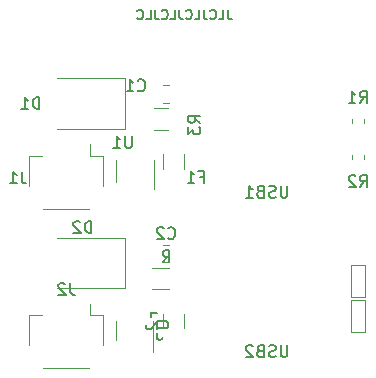
<source format=gbr>
G04 #@! TF.GenerationSoftware,KiCad,Pcbnew,(5.1.4)-1*
G04 #@! TF.CreationDate,2021-03-22T01:51:54-07:00*
G04 #@! TF.ProjectId,panelize,70616e65-6c69-47a6-952e-6b696361645f,rev?*
G04 #@! TF.SameCoordinates,Original*
G04 #@! TF.FileFunction,Legend,Bot*
G04 #@! TF.FilePolarity,Positive*
%FSLAX46Y46*%
G04 Gerber Fmt 4.6, Leading zero omitted, Abs format (unit mm)*
G04 Created by KiCad (PCBNEW (5.1.4)-1) date 2021-03-22 01:51:54*
%MOMM*%
%LPD*%
G04 APERTURE LIST*
%ADD10C,0.120000*%
%ADD11C,0.150000*%
%ADD12C,1.402000*%
%ADD13C,0.602000*%
%ADD14C,0.702000*%
%ADD15O,1.002000X2.152000*%
%ADD16R,0.402000X1.402000*%
%ADD17R,0.702000X1.402000*%
%ADD18C,0.100000*%
%ADD19C,1.227000*%
%ADD20C,0.902000*%
%ADD21C,1.702000*%
%ADD22C,6.102000*%
%ADD23C,1.352000*%
%ADD24R,2.602000X2.402000*%
%ADD25C,1.102000*%
%ADD26R,0.752000X1.162000*%
%ADD27C,0.977000*%
G04 APERTURE END LIST*
D10*
X-9640000Y-21700000D02*
X-9640000Y-23500000D01*
X-9640000Y-21700000D02*
X-9640000Y-20900000D01*
X-12760000Y-21700000D02*
X-12760000Y-22500000D01*
X-12760000Y-21700000D02*
X-12760000Y-20900000D01*
X-8272936Y-18210000D02*
X-9727064Y-18210000D01*
X-8272936Y-16390000D02*
X-9727064Y-16390000D01*
X7105000Y-21845000D02*
X8295000Y-21845000D01*
X7105000Y-19155000D02*
X8295000Y-19155000D01*
X8295000Y-19155000D02*
X8295000Y-21845000D01*
X7105000Y-19155000D02*
X7105000Y-21845000D01*
X7105000Y-18845000D02*
X8295000Y-18845000D01*
X7105000Y-16155000D02*
X8295000Y-16155000D01*
X8295000Y-16155000D02*
X8295000Y-18845000D01*
X7105000Y-16155000D02*
X7105000Y-18845000D01*
X-15060000Y-24910000D02*
X-18940000Y-24910000D01*
X-20110000Y-20440000D02*
X-19060000Y-20440000D01*
X-20110000Y-22940000D02*
X-20110000Y-20440000D01*
X-14940000Y-20440000D02*
X-14940000Y-19450000D01*
X-13890000Y-20440000D02*
X-14940000Y-20440000D01*
X-13890000Y-22940000D02*
X-13890000Y-20440000D01*
X-6990000Y-20297936D02*
X-6990000Y-21502064D01*
X-8810000Y-20297936D02*
X-8810000Y-21502064D01*
X-12050000Y-13850000D02*
X-17750000Y-13850000D01*
X-12050000Y-18150000D02*
X-17750000Y-18150000D01*
X-12050000Y-13850000D02*
X-12050000Y-18150000D01*
X-8276248Y-15935000D02*
X-8798752Y-15935000D01*
X-8276248Y-14465000D02*
X-8798752Y-14465000D01*
X-8276248Y-965000D02*
X-8798752Y-965000D01*
X-8276248Y-2435000D02*
X-8798752Y-2435000D01*
X-12050000Y-350000D02*
X-17750000Y-350000D01*
X-12050000Y-4650000D02*
X-17750000Y-4650000D01*
X-12050000Y-350000D02*
X-12050000Y-4650000D01*
X-13890000Y-9440000D02*
X-13890000Y-6940000D01*
X-13890000Y-6940000D02*
X-14940000Y-6940000D01*
X-14940000Y-6940000D02*
X-14940000Y-5950000D01*
X-20110000Y-9440000D02*
X-20110000Y-6940000D01*
X-20110000Y-6940000D02*
X-19060000Y-6940000D01*
X-15060000Y-11410000D02*
X-18940000Y-11410000D01*
X-9590000Y-7300000D02*
X-9590000Y-9750000D01*
X-12810000Y-9100000D02*
X-12810000Y-7300000D01*
X-8397936Y-4710000D02*
X-9602064Y-4710000D01*
X-8397936Y-2890000D02*
X-9602064Y-2890000D01*
X8210000Y-6837221D02*
X8210000Y-7162779D01*
X7190000Y-6837221D02*
X7190000Y-7162779D01*
X8210000Y-3837221D02*
X8210000Y-4162779D01*
X7190000Y-3837221D02*
X7190000Y-4162779D01*
X-6990000Y-6797936D02*
X-6990000Y-8002064D01*
X-8810000Y-6797936D02*
X-8810000Y-8002064D01*
D11*
X-3304761Y5438095D02*
X-3304761Y4866666D01*
X-3266666Y4752380D01*
X-3190476Y4676190D01*
X-3076190Y4638095D01*
X-3000000Y4638095D01*
X-4066666Y4638095D02*
X-3685714Y4638095D01*
X-3685714Y5438095D01*
X-4790476Y4714285D02*
X-4752380Y4676190D01*
X-4638095Y4638095D01*
X-4561904Y4638095D01*
X-4447619Y4676190D01*
X-4371428Y4752380D01*
X-4333333Y4828571D01*
X-4295238Y4980952D01*
X-4295238Y5095238D01*
X-4333333Y5247619D01*
X-4371428Y5323809D01*
X-4447619Y5400000D01*
X-4561904Y5438095D01*
X-4638095Y5438095D01*
X-4752380Y5400000D01*
X-4790476Y5361904D01*
X-5361904Y5438095D02*
X-5361904Y4866666D01*
X-5323809Y4752380D01*
X-5247619Y4676190D01*
X-5133333Y4638095D01*
X-5057142Y4638095D01*
X-6123809Y4638095D02*
X-5742857Y4638095D01*
X-5742857Y5438095D01*
X-6847619Y4714285D02*
X-6809523Y4676190D01*
X-6695238Y4638095D01*
X-6619047Y4638095D01*
X-6504761Y4676190D01*
X-6428571Y4752380D01*
X-6390476Y4828571D01*
X-6352380Y4980952D01*
X-6352380Y5095238D01*
X-6390476Y5247619D01*
X-6428571Y5323809D01*
X-6504761Y5400000D01*
X-6619047Y5438095D01*
X-6695238Y5438095D01*
X-6809523Y5400000D01*
X-6847619Y5361904D01*
X-7419047Y5438095D02*
X-7419047Y4866666D01*
X-7380952Y4752380D01*
X-7304761Y4676190D01*
X-7190476Y4638095D01*
X-7114285Y4638095D01*
X-8180952Y4638095D02*
X-7800000Y4638095D01*
X-7800000Y5438095D01*
X-8904761Y4714285D02*
X-8866666Y4676190D01*
X-8752380Y4638095D01*
X-8676190Y4638095D01*
X-8561904Y4676190D01*
X-8485714Y4752380D01*
X-8447619Y4828571D01*
X-8409523Y4980952D01*
X-8409523Y5095238D01*
X-8447619Y5247619D01*
X-8485714Y5323809D01*
X-8561904Y5400000D01*
X-8676190Y5438095D01*
X-8752380Y5438095D01*
X-8866666Y5400000D01*
X-8904761Y5361904D01*
X-9476190Y5438095D02*
X-9476190Y4866666D01*
X-9438095Y4752380D01*
X-9361904Y4676190D01*
X-9247619Y4638095D01*
X-9171428Y4638095D01*
X-10238095Y4638095D02*
X-9857142Y4638095D01*
X-9857142Y5438095D01*
X-10961904Y4714285D02*
X-10923809Y4676190D01*
X-10809523Y4638095D01*
X-10733333Y4638095D01*
X-10619047Y4676190D01*
X-10542857Y4752380D01*
X-10504761Y4828571D01*
X-10466666Y4980952D01*
X-10466666Y5095238D01*
X-10504761Y5247619D01*
X-10542857Y5323809D01*
X-10619047Y5400000D01*
X-10733333Y5438095D01*
X-10809523Y5438095D01*
X-10923809Y5400000D01*
X-10961904Y5361904D01*
X1738095Y-22952380D02*
X1738095Y-23761904D01*
X1690476Y-23857142D01*
X1642857Y-23904761D01*
X1547619Y-23952380D01*
X1357142Y-23952380D01*
X1261904Y-23904761D01*
X1214285Y-23857142D01*
X1166666Y-23761904D01*
X1166666Y-22952380D01*
X738095Y-23904761D02*
X595238Y-23952380D01*
X357142Y-23952380D01*
X261904Y-23904761D01*
X214285Y-23857142D01*
X166666Y-23761904D01*
X166666Y-23666666D01*
X214285Y-23571428D01*
X261904Y-23523809D01*
X357142Y-23476190D01*
X547619Y-23428571D01*
X642857Y-23380952D01*
X690476Y-23333333D01*
X738095Y-23238095D01*
X738095Y-23142857D01*
X690476Y-23047619D01*
X642857Y-23000000D01*
X547619Y-22952380D01*
X309523Y-22952380D01*
X166666Y-23000000D01*
X-595238Y-23428571D02*
X-738095Y-23476190D01*
X-785714Y-23523809D01*
X-833333Y-23619047D01*
X-833333Y-23761904D01*
X-785714Y-23857142D01*
X-738095Y-23904761D01*
X-642857Y-23952380D01*
X-261904Y-23952380D01*
X-261904Y-22952380D01*
X-595238Y-22952380D01*
X-690476Y-23000000D01*
X-738095Y-23047619D01*
X-785714Y-23142857D01*
X-785714Y-23238095D01*
X-738095Y-23333333D01*
X-690476Y-23380952D01*
X-595238Y-23428571D01*
X-261904Y-23428571D01*
X-1214285Y-23047619D02*
X-1261904Y-23000000D01*
X-1357142Y-22952380D01*
X-1595238Y-22952380D01*
X-1690476Y-23000000D01*
X-1738095Y-23047619D01*
X-1785714Y-23142857D01*
X-1785714Y-23238095D01*
X-1738095Y-23380952D01*
X-1166666Y-23952380D01*
X-1785714Y-23952380D01*
X-9347619Y-20938095D02*
X-8538095Y-20938095D01*
X-8442857Y-20985714D01*
X-8395238Y-21033333D01*
X-8347619Y-21128571D01*
X-8347619Y-21319047D01*
X-8395238Y-21414285D01*
X-8442857Y-21461904D01*
X-8538095Y-21509523D01*
X-9347619Y-21509523D01*
X-9252380Y-21938095D02*
X-9300000Y-21985714D01*
X-9347619Y-22080952D01*
X-9347619Y-22319047D01*
X-9300000Y-22414285D01*
X-9252380Y-22461904D01*
X-9157142Y-22509523D01*
X-9061904Y-22509523D01*
X-8919047Y-22461904D01*
X-8347619Y-21890476D01*
X-8347619Y-22509523D01*
X-8833333Y-15932380D02*
X-8500000Y-15456190D01*
X-8261904Y-15932380D02*
X-8261904Y-14932380D01*
X-8642857Y-14932380D01*
X-8738095Y-14980000D01*
X-8785714Y-15027619D01*
X-8833333Y-15122857D01*
X-8833333Y-15265714D01*
X-8785714Y-15360952D01*
X-8738095Y-15408571D01*
X-8642857Y-15456190D01*
X-8261904Y-15456190D01*
X-9690476Y-14932380D02*
X-9500000Y-14932380D01*
X-9404761Y-14980000D01*
X-9357142Y-15027619D01*
X-9261904Y-15170476D01*
X-9214285Y-15360952D01*
X-9214285Y-15741904D01*
X-9261904Y-15837142D01*
X-9309523Y-15884761D01*
X-9404761Y-15932380D01*
X-9595238Y-15932380D01*
X-9690476Y-15884761D01*
X-9738095Y-15837142D01*
X-9785714Y-15741904D01*
X-9785714Y-15503809D01*
X-9738095Y-15408571D01*
X-9690476Y-15360952D01*
X-9595238Y-15313333D01*
X-9404761Y-15313333D01*
X-9309523Y-15360952D01*
X-9261904Y-15408571D01*
X-9214285Y-15503809D01*
X-16666666Y-17697380D02*
X-16666666Y-18411666D01*
X-16619047Y-18554523D01*
X-16523809Y-18649761D01*
X-16380952Y-18697380D01*
X-16285714Y-18697380D01*
X-17095238Y-17792619D02*
X-17142857Y-17745000D01*
X-17238095Y-17697380D01*
X-17476190Y-17697380D01*
X-17571428Y-17745000D01*
X-17619047Y-17792619D01*
X-17666666Y-17887857D01*
X-17666666Y-17983095D01*
X-17619047Y-18125952D01*
X-17047619Y-18697380D01*
X-17666666Y-18697380D01*
X-9791428Y-20566666D02*
X-9791428Y-20233333D01*
X-9267619Y-20233333D02*
X-10267619Y-20233333D01*
X-10267619Y-20709523D01*
X-10172380Y-21042857D02*
X-10220000Y-21090476D01*
X-10267619Y-21185714D01*
X-10267619Y-21423809D01*
X-10220000Y-21519047D01*
X-10172380Y-21566666D01*
X-10077142Y-21614285D01*
X-9981904Y-21614285D01*
X-9839047Y-21566666D01*
X-9267619Y-20995238D01*
X-9267619Y-21614285D01*
X-14861904Y-13452380D02*
X-14861904Y-12452380D01*
X-15100000Y-12452380D01*
X-15242857Y-12500000D01*
X-15338095Y-12595238D01*
X-15385714Y-12690476D01*
X-15433333Y-12880952D01*
X-15433333Y-13023809D01*
X-15385714Y-13214285D01*
X-15338095Y-13309523D01*
X-15242857Y-13404761D01*
X-15100000Y-13452380D01*
X-14861904Y-13452380D01*
X-15814285Y-12547619D02*
X-15861904Y-12500000D01*
X-15957142Y-12452380D01*
X-16195238Y-12452380D01*
X-16290476Y-12500000D01*
X-16338095Y-12547619D01*
X-16385714Y-12642857D01*
X-16385714Y-12738095D01*
X-16338095Y-12880952D01*
X-15766666Y-13452380D01*
X-16385714Y-13452380D01*
X-8370833Y-13877142D02*
X-8323214Y-13924761D01*
X-8180357Y-13972380D01*
X-8085119Y-13972380D01*
X-7942261Y-13924761D01*
X-7847023Y-13829523D01*
X-7799404Y-13734285D01*
X-7751785Y-13543809D01*
X-7751785Y-13400952D01*
X-7799404Y-13210476D01*
X-7847023Y-13115238D01*
X-7942261Y-13020000D01*
X-8085119Y-12972380D01*
X-8180357Y-12972380D01*
X-8323214Y-13020000D01*
X-8370833Y-13067619D01*
X-8751785Y-13067619D02*
X-8799404Y-13020000D01*
X-8894642Y-12972380D01*
X-9132738Y-12972380D01*
X-9227976Y-13020000D01*
X-9275595Y-13067619D01*
X-9323214Y-13162857D01*
X-9323214Y-13258095D01*
X-9275595Y-13400952D01*
X-8704166Y-13972380D01*
X-9323214Y-13972380D01*
X-10933333Y-1357142D02*
X-10885714Y-1404761D01*
X-10742857Y-1452380D01*
X-10647619Y-1452380D01*
X-10504761Y-1404761D01*
X-10409523Y-1309523D01*
X-10361904Y-1214285D01*
X-10314285Y-1023809D01*
X-10314285Y-880952D01*
X-10361904Y-690476D01*
X-10409523Y-595238D01*
X-10504761Y-500000D01*
X-10647619Y-452380D01*
X-10742857Y-452380D01*
X-10885714Y-500000D01*
X-10933333Y-547619D01*
X-11885714Y-1452380D02*
X-11314285Y-1452380D01*
X-11600000Y-1452380D02*
X-11600000Y-452380D01*
X-11504761Y-595238D01*
X-11409523Y-690476D01*
X-11314285Y-738095D01*
X-19261904Y-2952380D02*
X-19261904Y-1952380D01*
X-19500000Y-1952380D01*
X-19642857Y-2000000D01*
X-19738095Y-2095238D01*
X-19785714Y-2190476D01*
X-19833333Y-2380952D01*
X-19833333Y-2523809D01*
X-19785714Y-2714285D01*
X-19738095Y-2809523D01*
X-19642857Y-2904761D01*
X-19500000Y-2952380D01*
X-19261904Y-2952380D01*
X-20785714Y-2952380D02*
X-20214285Y-2952380D01*
X-20500000Y-2952380D02*
X-20500000Y-1952380D01*
X-20404761Y-2095238D01*
X-20309523Y-2190476D01*
X-20214285Y-2238095D01*
X1738095Y-9452380D02*
X1738095Y-10261904D01*
X1690476Y-10357142D01*
X1642857Y-10404761D01*
X1547619Y-10452380D01*
X1357142Y-10452380D01*
X1261904Y-10404761D01*
X1214285Y-10357142D01*
X1166666Y-10261904D01*
X1166666Y-9452380D01*
X738095Y-10404761D02*
X595238Y-10452380D01*
X357142Y-10452380D01*
X261904Y-10404761D01*
X214285Y-10357142D01*
X166666Y-10261904D01*
X166666Y-10166666D01*
X214285Y-10071428D01*
X261904Y-10023809D01*
X357142Y-9976190D01*
X547619Y-9928571D01*
X642857Y-9880952D01*
X690476Y-9833333D01*
X738095Y-9738095D01*
X738095Y-9642857D01*
X690476Y-9547619D01*
X642857Y-9500000D01*
X547619Y-9452380D01*
X309523Y-9452380D01*
X166666Y-9500000D01*
X-595238Y-9928571D02*
X-738095Y-9976190D01*
X-785714Y-10023809D01*
X-833333Y-10119047D01*
X-833333Y-10261904D01*
X-785714Y-10357142D01*
X-738095Y-10404761D01*
X-642857Y-10452380D01*
X-261904Y-10452380D01*
X-261904Y-9452380D01*
X-595238Y-9452380D01*
X-690476Y-9500000D01*
X-738095Y-9547619D01*
X-785714Y-9642857D01*
X-785714Y-9738095D01*
X-738095Y-9833333D01*
X-690476Y-9880952D01*
X-595238Y-9928571D01*
X-261904Y-9928571D01*
X-1785714Y-10452380D02*
X-1214285Y-10452380D01*
X-1500000Y-10452380D02*
X-1500000Y-9452380D01*
X-1404761Y-9595238D01*
X-1309523Y-9690476D01*
X-1214285Y-9738095D01*
X-20766666Y-8252380D02*
X-20766666Y-8966666D01*
X-20719047Y-9109523D01*
X-20623809Y-9204761D01*
X-20480952Y-9252380D01*
X-20385714Y-9252380D01*
X-21766666Y-9252380D02*
X-21195238Y-9252380D01*
X-21480952Y-9252380D02*
X-21480952Y-8252380D01*
X-21385714Y-8395238D01*
X-21290476Y-8490476D01*
X-21195238Y-8538095D01*
X-11438095Y-5252380D02*
X-11438095Y-6061904D01*
X-11485714Y-6157142D01*
X-11533333Y-6204761D01*
X-11628571Y-6252380D01*
X-11819047Y-6252380D01*
X-11914285Y-6204761D01*
X-11961904Y-6157142D01*
X-12009523Y-6061904D01*
X-12009523Y-5252380D01*
X-13009523Y-6252380D02*
X-12438095Y-6252380D01*
X-12723809Y-6252380D02*
X-12723809Y-5252380D01*
X-12628571Y-5395238D01*
X-12533333Y-5490476D01*
X-12438095Y-5538095D01*
X-5647619Y-4133333D02*
X-6123809Y-3800000D01*
X-5647619Y-3561904D02*
X-6647619Y-3561904D01*
X-6647619Y-3942857D01*
X-6600000Y-4038095D01*
X-6552380Y-4085714D01*
X-6457142Y-4133333D01*
X-6314285Y-4133333D01*
X-6219047Y-4085714D01*
X-6171428Y-4038095D01*
X-6123809Y-3942857D01*
X-6123809Y-3561904D01*
X-6647619Y-4466666D02*
X-6647619Y-5085714D01*
X-6266666Y-4752380D01*
X-6266666Y-4895238D01*
X-6219047Y-4990476D01*
X-6171428Y-5038095D01*
X-6076190Y-5085714D01*
X-5838095Y-5085714D01*
X-5742857Y-5038095D01*
X-5695238Y-4990476D01*
X-5647619Y-4895238D01*
X-5647619Y-4609523D01*
X-5695238Y-4514285D01*
X-5742857Y-4466666D01*
X7866666Y-9552380D02*
X8200000Y-9076190D01*
X8438095Y-9552380D02*
X8438095Y-8552380D01*
X8057142Y-8552380D01*
X7961904Y-8600000D01*
X7914285Y-8647619D01*
X7866666Y-8742857D01*
X7866666Y-8885714D01*
X7914285Y-8980952D01*
X7961904Y-9028571D01*
X8057142Y-9076190D01*
X8438095Y-9076190D01*
X7485714Y-8647619D02*
X7438095Y-8600000D01*
X7342857Y-8552380D01*
X7104761Y-8552380D01*
X7009523Y-8600000D01*
X6961904Y-8647619D01*
X6914285Y-8742857D01*
X6914285Y-8838095D01*
X6961904Y-8980952D01*
X7533333Y-9552380D01*
X6914285Y-9552380D01*
X7866666Y-2452380D02*
X8200000Y-1976190D01*
X8438095Y-2452380D02*
X8438095Y-1452380D01*
X8057142Y-1452380D01*
X7961904Y-1500000D01*
X7914285Y-1547619D01*
X7866666Y-1642857D01*
X7866666Y-1785714D01*
X7914285Y-1880952D01*
X7961904Y-1928571D01*
X8057142Y-1976190D01*
X8438095Y-1976190D01*
X6914285Y-2452380D02*
X7485714Y-2452380D01*
X7200000Y-2452380D02*
X7200000Y-1452380D01*
X7295238Y-1595238D01*
X7390476Y-1690476D01*
X7485714Y-1738095D01*
X-5666666Y-8678571D02*
X-5333333Y-8678571D01*
X-5333333Y-9202380D02*
X-5333333Y-8202380D01*
X-5809523Y-8202380D01*
X-6714285Y-9202380D02*
X-6142857Y-9202380D01*
X-6428571Y-9202380D02*
X-6428571Y-8202380D01*
X-6333333Y-8345238D01*
X-6238095Y-8440476D01*
X-6142857Y-8488095D01*
%LPC*%
D12*
X23000000Y-32000000D03*
X-34500000Y-32000000D03*
X23000000Y7000000D03*
X-34500000Y7000000D03*
D13*
X21375000Y-27125000D03*
X22125000Y-27125000D03*
X20625000Y-27125000D03*
X19875000Y-27125000D03*
X21375000Y-24875000D03*
X22125000Y-24875000D03*
X20625000Y-24875000D03*
X19875000Y-24875000D03*
X-32125000Y-27125000D03*
X-31375000Y-27125000D03*
X-32875000Y-27125000D03*
X-33625000Y-27125000D03*
X-32125000Y-24875000D03*
X-31375000Y-24875000D03*
X-32875000Y-24875000D03*
X-33625000Y-24875000D03*
X11875000Y-27125000D03*
X12625000Y-27125000D03*
X11125000Y-27125000D03*
X10375000Y-27125000D03*
X11875000Y-24875000D03*
X12625000Y-24875000D03*
X11125000Y-24875000D03*
X10375000Y-24875000D03*
X-22625000Y-27125000D03*
X-21875000Y-27125000D03*
X-23375000Y-27125000D03*
X-24125000Y-27125000D03*
X-22625000Y-24875000D03*
X-21875000Y-24875000D03*
X-23375000Y-24875000D03*
X-24125000Y-24875000D03*
X-32125000Y-125000D03*
X-31375000Y-125000D03*
X-32875000Y-125000D03*
X-33625000Y-125000D03*
X-32125000Y2125000D03*
X-31375000Y2125000D03*
X-32875000Y2125000D03*
X-33625000Y2125000D03*
X-22625000Y-125000D03*
X-21875000Y-125000D03*
X-23375000Y-125000D03*
X-24125000Y-125000D03*
X-22625000Y2125000D03*
X-21875000Y2125000D03*
X-23375000Y2125000D03*
X-24125000Y2125000D03*
X21375000Y-125000D03*
X22125000Y-125000D03*
X20625000Y-125000D03*
X19875000Y-125000D03*
X21375000Y2125000D03*
X22125000Y2125000D03*
X20625000Y2125000D03*
X19875000Y2125000D03*
X11875000Y-125000D03*
X12625000Y-125000D03*
X11125000Y-125000D03*
X10375000Y-125000D03*
X11875000Y2125000D03*
X12625000Y2125000D03*
X11125000Y2125000D03*
X10375000Y2125000D03*
X18125000Y-20125000D03*
X18125000Y-19375000D03*
X18125000Y-20875000D03*
X18125000Y-21625000D03*
X15875000Y-20125000D03*
X15875000Y-19375000D03*
X15875000Y-20875000D03*
X15875000Y-21625000D03*
X18125000Y-4125000D03*
X18125000Y-3375000D03*
X18125000Y-4875000D03*
X18125000Y-5625000D03*
X15875000Y-4125000D03*
X15875000Y-3375000D03*
X15875000Y-4875000D03*
X15875000Y-5625000D03*
X-27375000Y-20125000D03*
X-27375000Y-19375000D03*
X-27375000Y-20875000D03*
X-27375000Y-21625000D03*
X-29625000Y-20125000D03*
X-29625000Y-19375000D03*
X-29625000Y-20875000D03*
X-29625000Y-21625000D03*
X-27375000Y-4125000D03*
X-27375000Y-3375000D03*
X-27375000Y-4875000D03*
X-27375000Y-5625000D03*
X-29625000Y-4125000D03*
X-29625000Y-3375000D03*
X-29625000Y-4875000D03*
X-29625000Y-5625000D03*
X-22625000Y-13625000D03*
X-21875000Y-13625000D03*
X-23375000Y-13625000D03*
X-24125000Y-13625000D03*
X11875000Y-13625000D03*
X12625000Y-13625000D03*
X11125000Y-13625000D03*
X10375000Y-13625000D03*
X11875000Y-11375000D03*
X12625000Y-11375000D03*
X11125000Y-11375000D03*
X10375000Y-11375000D03*
X-23375000Y-11375000D03*
X-24125000Y-11375000D03*
X-22625000Y-11375000D03*
X-21875000Y-11375000D03*
D14*
X3750000Y-20410000D03*
X-3750000Y-20410000D03*
D15*
X5575000Y-15730000D03*
X-5575000Y-15730000D03*
X5575000Y-20330000D03*
X-5575000Y-20330000D03*
D16*
X-250000Y-21700000D03*
X250000Y-21700000D03*
X750000Y-21700000D03*
X-750000Y-21700000D03*
X1250000Y-21700000D03*
X-1250000Y-21700000D03*
X1750000Y-21700000D03*
X-1750000Y-21700000D03*
D17*
X-2400000Y-21700000D03*
X2400000Y-21700000D03*
X-3200000Y-21700000D03*
X3200000Y-21700000D03*
D18*
G36*
X-10057298Y-19849845D02*
G01*
X-10040262Y-19852372D01*
X-10023555Y-19856557D01*
X-10007339Y-19862359D01*
X-9991770Y-19869723D01*
X-9976997Y-19878577D01*
X-9963164Y-19888837D01*
X-9950403Y-19900403D01*
X-9938837Y-19913164D01*
X-9928577Y-19926997D01*
X-9919723Y-19941770D01*
X-9912359Y-19957339D01*
X-9906557Y-19973555D01*
X-9902372Y-19990262D01*
X-9899845Y-20007298D01*
X-9899000Y-20024500D01*
X-9899000Y-21100500D01*
X-9899845Y-21117702D01*
X-9902372Y-21134738D01*
X-9906557Y-21151445D01*
X-9912359Y-21167661D01*
X-9919723Y-21183230D01*
X-9928577Y-21198003D01*
X-9938837Y-21211836D01*
X-9950403Y-21224597D01*
X-9963164Y-21236163D01*
X-9976997Y-21246423D01*
X-9991770Y-21255277D01*
X-10007339Y-21262641D01*
X-10023555Y-21268443D01*
X-10040262Y-21272628D01*
X-10057298Y-21275155D01*
X-10074500Y-21276000D01*
X-10425500Y-21276000D01*
X-10442702Y-21275155D01*
X-10459738Y-21272628D01*
X-10476445Y-21268443D01*
X-10492661Y-21262641D01*
X-10508230Y-21255277D01*
X-10523003Y-21246423D01*
X-10536836Y-21236163D01*
X-10549597Y-21224597D01*
X-10561163Y-21211836D01*
X-10571423Y-21198003D01*
X-10580277Y-21183230D01*
X-10587641Y-21167661D01*
X-10593443Y-21151445D01*
X-10597628Y-21134738D01*
X-10600155Y-21117702D01*
X-10601000Y-21100500D01*
X-10601000Y-20024500D01*
X-10600155Y-20007298D01*
X-10597628Y-19990262D01*
X-10593443Y-19973555D01*
X-10587641Y-19957339D01*
X-10580277Y-19941770D01*
X-10571423Y-19926997D01*
X-10561163Y-19913164D01*
X-10549597Y-19900403D01*
X-10536836Y-19888837D01*
X-10523003Y-19878577D01*
X-10508230Y-19869723D01*
X-10492661Y-19862359D01*
X-10476445Y-19856557D01*
X-10459738Y-19852372D01*
X-10442702Y-19849845D01*
X-10425500Y-19849000D01*
X-10074500Y-19849000D01*
X-10057298Y-19849845D01*
X-10057298Y-19849845D01*
G37*
D14*
X-10250000Y-20562500D03*
D18*
G36*
X-11007298Y-19849845D02*
G01*
X-10990262Y-19852372D01*
X-10973555Y-19856557D01*
X-10957339Y-19862359D01*
X-10941770Y-19869723D01*
X-10926997Y-19878577D01*
X-10913164Y-19888837D01*
X-10900403Y-19900403D01*
X-10888837Y-19913164D01*
X-10878577Y-19926997D01*
X-10869723Y-19941770D01*
X-10862359Y-19957339D01*
X-10856557Y-19973555D01*
X-10852372Y-19990262D01*
X-10849845Y-20007298D01*
X-10849000Y-20024500D01*
X-10849000Y-21100500D01*
X-10849845Y-21117702D01*
X-10852372Y-21134738D01*
X-10856557Y-21151445D01*
X-10862359Y-21167661D01*
X-10869723Y-21183230D01*
X-10878577Y-21198003D01*
X-10888837Y-21211836D01*
X-10900403Y-21224597D01*
X-10913164Y-21236163D01*
X-10926997Y-21246423D01*
X-10941770Y-21255277D01*
X-10957339Y-21262641D01*
X-10973555Y-21268443D01*
X-10990262Y-21272628D01*
X-11007298Y-21275155D01*
X-11024500Y-21276000D01*
X-11375500Y-21276000D01*
X-11392702Y-21275155D01*
X-11409738Y-21272628D01*
X-11426445Y-21268443D01*
X-11442661Y-21262641D01*
X-11458230Y-21255277D01*
X-11473003Y-21246423D01*
X-11486836Y-21236163D01*
X-11499597Y-21224597D01*
X-11511163Y-21211836D01*
X-11521423Y-21198003D01*
X-11530277Y-21183230D01*
X-11537641Y-21167661D01*
X-11543443Y-21151445D01*
X-11547628Y-21134738D01*
X-11550155Y-21117702D01*
X-11551000Y-21100500D01*
X-11551000Y-20024500D01*
X-11550155Y-20007298D01*
X-11547628Y-19990262D01*
X-11543443Y-19973555D01*
X-11537641Y-19957339D01*
X-11530277Y-19941770D01*
X-11521423Y-19926997D01*
X-11511163Y-19913164D01*
X-11499597Y-19900403D01*
X-11486836Y-19888837D01*
X-11473003Y-19878577D01*
X-11458230Y-19869723D01*
X-11442661Y-19862359D01*
X-11426445Y-19856557D01*
X-11409738Y-19852372D01*
X-11392702Y-19849845D01*
X-11375500Y-19849000D01*
X-11024500Y-19849000D01*
X-11007298Y-19849845D01*
X-11007298Y-19849845D01*
G37*
D14*
X-11200000Y-20562500D03*
D18*
G36*
X-11957298Y-19849845D02*
G01*
X-11940262Y-19852372D01*
X-11923555Y-19856557D01*
X-11907339Y-19862359D01*
X-11891770Y-19869723D01*
X-11876997Y-19878577D01*
X-11863164Y-19888837D01*
X-11850403Y-19900403D01*
X-11838837Y-19913164D01*
X-11828577Y-19926997D01*
X-11819723Y-19941770D01*
X-11812359Y-19957339D01*
X-11806557Y-19973555D01*
X-11802372Y-19990262D01*
X-11799845Y-20007298D01*
X-11799000Y-20024500D01*
X-11799000Y-21100500D01*
X-11799845Y-21117702D01*
X-11802372Y-21134738D01*
X-11806557Y-21151445D01*
X-11812359Y-21167661D01*
X-11819723Y-21183230D01*
X-11828577Y-21198003D01*
X-11838837Y-21211836D01*
X-11850403Y-21224597D01*
X-11863164Y-21236163D01*
X-11876997Y-21246423D01*
X-11891770Y-21255277D01*
X-11907339Y-21262641D01*
X-11923555Y-21268443D01*
X-11940262Y-21272628D01*
X-11957298Y-21275155D01*
X-11974500Y-21276000D01*
X-12325500Y-21276000D01*
X-12342702Y-21275155D01*
X-12359738Y-21272628D01*
X-12376445Y-21268443D01*
X-12392661Y-21262641D01*
X-12408230Y-21255277D01*
X-12423003Y-21246423D01*
X-12436836Y-21236163D01*
X-12449597Y-21224597D01*
X-12461163Y-21211836D01*
X-12471423Y-21198003D01*
X-12480277Y-21183230D01*
X-12487641Y-21167661D01*
X-12493443Y-21151445D01*
X-12497628Y-21134738D01*
X-12500155Y-21117702D01*
X-12501000Y-21100500D01*
X-12501000Y-20024500D01*
X-12500155Y-20007298D01*
X-12497628Y-19990262D01*
X-12493443Y-19973555D01*
X-12487641Y-19957339D01*
X-12480277Y-19941770D01*
X-12471423Y-19926997D01*
X-12461163Y-19913164D01*
X-12449597Y-19900403D01*
X-12436836Y-19888837D01*
X-12423003Y-19878577D01*
X-12408230Y-19869723D01*
X-12392661Y-19862359D01*
X-12376445Y-19856557D01*
X-12359738Y-19852372D01*
X-12342702Y-19849845D01*
X-12325500Y-19849000D01*
X-11974500Y-19849000D01*
X-11957298Y-19849845D01*
X-11957298Y-19849845D01*
G37*
D14*
X-12150000Y-20562500D03*
D18*
G36*
X-11957298Y-22124845D02*
G01*
X-11940262Y-22127372D01*
X-11923555Y-22131557D01*
X-11907339Y-22137359D01*
X-11891770Y-22144723D01*
X-11876997Y-22153577D01*
X-11863164Y-22163837D01*
X-11850403Y-22175403D01*
X-11838837Y-22188164D01*
X-11828577Y-22201997D01*
X-11819723Y-22216770D01*
X-11812359Y-22232339D01*
X-11806557Y-22248555D01*
X-11802372Y-22265262D01*
X-11799845Y-22282298D01*
X-11799000Y-22299500D01*
X-11799000Y-23375500D01*
X-11799845Y-23392702D01*
X-11802372Y-23409738D01*
X-11806557Y-23426445D01*
X-11812359Y-23442661D01*
X-11819723Y-23458230D01*
X-11828577Y-23473003D01*
X-11838837Y-23486836D01*
X-11850403Y-23499597D01*
X-11863164Y-23511163D01*
X-11876997Y-23521423D01*
X-11891770Y-23530277D01*
X-11907339Y-23537641D01*
X-11923555Y-23543443D01*
X-11940262Y-23547628D01*
X-11957298Y-23550155D01*
X-11974500Y-23551000D01*
X-12325500Y-23551000D01*
X-12342702Y-23550155D01*
X-12359738Y-23547628D01*
X-12376445Y-23543443D01*
X-12392661Y-23537641D01*
X-12408230Y-23530277D01*
X-12423003Y-23521423D01*
X-12436836Y-23511163D01*
X-12449597Y-23499597D01*
X-12461163Y-23486836D01*
X-12471423Y-23473003D01*
X-12480277Y-23458230D01*
X-12487641Y-23442661D01*
X-12493443Y-23426445D01*
X-12497628Y-23409738D01*
X-12500155Y-23392702D01*
X-12501000Y-23375500D01*
X-12501000Y-22299500D01*
X-12500155Y-22282298D01*
X-12497628Y-22265262D01*
X-12493443Y-22248555D01*
X-12487641Y-22232339D01*
X-12480277Y-22216770D01*
X-12471423Y-22201997D01*
X-12461163Y-22188164D01*
X-12449597Y-22175403D01*
X-12436836Y-22163837D01*
X-12423003Y-22153577D01*
X-12408230Y-22144723D01*
X-12392661Y-22137359D01*
X-12376445Y-22131557D01*
X-12359738Y-22127372D01*
X-12342702Y-22124845D01*
X-12325500Y-22124000D01*
X-11974500Y-22124000D01*
X-11957298Y-22124845D01*
X-11957298Y-22124845D01*
G37*
D14*
X-12150000Y-22837500D03*
D18*
G36*
X-11007298Y-22124845D02*
G01*
X-10990262Y-22127372D01*
X-10973555Y-22131557D01*
X-10957339Y-22137359D01*
X-10941770Y-22144723D01*
X-10926997Y-22153577D01*
X-10913164Y-22163837D01*
X-10900403Y-22175403D01*
X-10888837Y-22188164D01*
X-10878577Y-22201997D01*
X-10869723Y-22216770D01*
X-10862359Y-22232339D01*
X-10856557Y-22248555D01*
X-10852372Y-22265262D01*
X-10849845Y-22282298D01*
X-10849000Y-22299500D01*
X-10849000Y-23375500D01*
X-10849845Y-23392702D01*
X-10852372Y-23409738D01*
X-10856557Y-23426445D01*
X-10862359Y-23442661D01*
X-10869723Y-23458230D01*
X-10878577Y-23473003D01*
X-10888837Y-23486836D01*
X-10900403Y-23499597D01*
X-10913164Y-23511163D01*
X-10926997Y-23521423D01*
X-10941770Y-23530277D01*
X-10957339Y-23537641D01*
X-10973555Y-23543443D01*
X-10990262Y-23547628D01*
X-11007298Y-23550155D01*
X-11024500Y-23551000D01*
X-11375500Y-23551000D01*
X-11392702Y-23550155D01*
X-11409738Y-23547628D01*
X-11426445Y-23543443D01*
X-11442661Y-23537641D01*
X-11458230Y-23530277D01*
X-11473003Y-23521423D01*
X-11486836Y-23511163D01*
X-11499597Y-23499597D01*
X-11511163Y-23486836D01*
X-11521423Y-23473003D01*
X-11530277Y-23458230D01*
X-11537641Y-23442661D01*
X-11543443Y-23426445D01*
X-11547628Y-23409738D01*
X-11550155Y-23392702D01*
X-11551000Y-23375500D01*
X-11551000Y-22299500D01*
X-11550155Y-22282298D01*
X-11547628Y-22265262D01*
X-11543443Y-22248555D01*
X-11537641Y-22232339D01*
X-11530277Y-22216770D01*
X-11521423Y-22201997D01*
X-11511163Y-22188164D01*
X-11499597Y-22175403D01*
X-11486836Y-22163837D01*
X-11473003Y-22153577D01*
X-11458230Y-22144723D01*
X-11442661Y-22137359D01*
X-11426445Y-22131557D01*
X-11409738Y-22127372D01*
X-11392702Y-22124845D01*
X-11375500Y-22124000D01*
X-11024500Y-22124000D01*
X-11007298Y-22124845D01*
X-11007298Y-22124845D01*
G37*
D14*
X-11200000Y-22837500D03*
D18*
G36*
X-10057298Y-22124845D02*
G01*
X-10040262Y-22127372D01*
X-10023555Y-22131557D01*
X-10007339Y-22137359D01*
X-9991770Y-22144723D01*
X-9976997Y-22153577D01*
X-9963164Y-22163837D01*
X-9950403Y-22175403D01*
X-9938837Y-22188164D01*
X-9928577Y-22201997D01*
X-9919723Y-22216770D01*
X-9912359Y-22232339D01*
X-9906557Y-22248555D01*
X-9902372Y-22265262D01*
X-9899845Y-22282298D01*
X-9899000Y-22299500D01*
X-9899000Y-23375500D01*
X-9899845Y-23392702D01*
X-9902372Y-23409738D01*
X-9906557Y-23426445D01*
X-9912359Y-23442661D01*
X-9919723Y-23458230D01*
X-9928577Y-23473003D01*
X-9938837Y-23486836D01*
X-9950403Y-23499597D01*
X-9963164Y-23511163D01*
X-9976997Y-23521423D01*
X-9991770Y-23530277D01*
X-10007339Y-23537641D01*
X-10023555Y-23543443D01*
X-10040262Y-23547628D01*
X-10057298Y-23550155D01*
X-10074500Y-23551000D01*
X-10425500Y-23551000D01*
X-10442702Y-23550155D01*
X-10459738Y-23547628D01*
X-10476445Y-23543443D01*
X-10492661Y-23537641D01*
X-10508230Y-23530277D01*
X-10523003Y-23521423D01*
X-10536836Y-23511163D01*
X-10549597Y-23499597D01*
X-10561163Y-23486836D01*
X-10571423Y-23473003D01*
X-10580277Y-23458230D01*
X-10587641Y-23442661D01*
X-10593443Y-23426445D01*
X-10597628Y-23409738D01*
X-10600155Y-23392702D01*
X-10601000Y-23375500D01*
X-10601000Y-22299500D01*
X-10600155Y-22282298D01*
X-10597628Y-22265262D01*
X-10593443Y-22248555D01*
X-10587641Y-22232339D01*
X-10580277Y-22216770D01*
X-10571423Y-22201997D01*
X-10561163Y-22188164D01*
X-10549597Y-22175403D01*
X-10536836Y-22163837D01*
X-10523003Y-22153577D01*
X-10508230Y-22144723D01*
X-10492661Y-22137359D01*
X-10476445Y-22131557D01*
X-10459738Y-22127372D01*
X-10442702Y-22124845D01*
X-10425500Y-22124000D01*
X-10074500Y-22124000D01*
X-10057298Y-22124845D01*
X-10057298Y-22124845D01*
G37*
D14*
X-10250000Y-22837500D03*
D18*
G36*
X-10094940Y-16375313D02*
G01*
X-10068472Y-16379239D01*
X-10042515Y-16385741D01*
X-10017321Y-16394755D01*
X-9993132Y-16406196D01*
X-9970181Y-16419953D01*
X-9948689Y-16435892D01*
X-9928862Y-16453862D01*
X-9910892Y-16473689D01*
X-9894953Y-16495181D01*
X-9881196Y-16518132D01*
X-9869755Y-16542321D01*
X-9860741Y-16567515D01*
X-9854239Y-16593472D01*
X-9850313Y-16619940D01*
X-9849000Y-16646666D01*
X-9849000Y-17953334D01*
X-9850313Y-17980060D01*
X-9854239Y-18006528D01*
X-9860741Y-18032485D01*
X-9869755Y-18057679D01*
X-9881196Y-18081868D01*
X-9894953Y-18104819D01*
X-9910892Y-18126311D01*
X-9928862Y-18146138D01*
X-9948689Y-18164108D01*
X-9970181Y-18180047D01*
X-9993132Y-18193804D01*
X-10017321Y-18205245D01*
X-10042515Y-18214259D01*
X-10068472Y-18220761D01*
X-10094940Y-18224687D01*
X-10121666Y-18226000D01*
X-10803334Y-18226000D01*
X-10830060Y-18224687D01*
X-10856528Y-18220761D01*
X-10882485Y-18214259D01*
X-10907679Y-18205245D01*
X-10931868Y-18193804D01*
X-10954819Y-18180047D01*
X-10976311Y-18164108D01*
X-10996138Y-18146138D01*
X-11014108Y-18126311D01*
X-11030047Y-18104819D01*
X-11043804Y-18081868D01*
X-11055245Y-18057679D01*
X-11064259Y-18032485D01*
X-11070761Y-18006528D01*
X-11074687Y-17980060D01*
X-11076000Y-17953334D01*
X-11076000Y-16646666D01*
X-11074687Y-16619940D01*
X-11070761Y-16593472D01*
X-11064259Y-16567515D01*
X-11055245Y-16542321D01*
X-11043804Y-16518132D01*
X-11030047Y-16495181D01*
X-11014108Y-16473689D01*
X-10996138Y-16453862D01*
X-10976311Y-16435892D01*
X-10954819Y-16419953D01*
X-10931868Y-16406196D01*
X-10907679Y-16394755D01*
X-10882485Y-16385741D01*
X-10856528Y-16379239D01*
X-10830060Y-16375313D01*
X-10803334Y-16374000D01*
X-10121666Y-16374000D01*
X-10094940Y-16375313D01*
X-10094940Y-16375313D01*
G37*
D19*
X-10462500Y-17300000D03*
D18*
G36*
X-7169940Y-16375313D02*
G01*
X-7143472Y-16379239D01*
X-7117515Y-16385741D01*
X-7092321Y-16394755D01*
X-7068132Y-16406196D01*
X-7045181Y-16419953D01*
X-7023689Y-16435892D01*
X-7003862Y-16453862D01*
X-6985892Y-16473689D01*
X-6969953Y-16495181D01*
X-6956196Y-16518132D01*
X-6944755Y-16542321D01*
X-6935741Y-16567515D01*
X-6929239Y-16593472D01*
X-6925313Y-16619940D01*
X-6924000Y-16646666D01*
X-6924000Y-17953334D01*
X-6925313Y-17980060D01*
X-6929239Y-18006528D01*
X-6935741Y-18032485D01*
X-6944755Y-18057679D01*
X-6956196Y-18081868D01*
X-6969953Y-18104819D01*
X-6985892Y-18126311D01*
X-7003862Y-18146138D01*
X-7023689Y-18164108D01*
X-7045181Y-18180047D01*
X-7068132Y-18193804D01*
X-7092321Y-18205245D01*
X-7117515Y-18214259D01*
X-7143472Y-18220761D01*
X-7169940Y-18224687D01*
X-7196666Y-18226000D01*
X-7878334Y-18226000D01*
X-7905060Y-18224687D01*
X-7931528Y-18220761D01*
X-7957485Y-18214259D01*
X-7982679Y-18205245D01*
X-8006868Y-18193804D01*
X-8029819Y-18180047D01*
X-8051311Y-18164108D01*
X-8071138Y-18146138D01*
X-8089108Y-18126311D01*
X-8105047Y-18104819D01*
X-8118804Y-18081868D01*
X-8130245Y-18057679D01*
X-8139259Y-18032485D01*
X-8145761Y-18006528D01*
X-8149687Y-17980060D01*
X-8151000Y-17953334D01*
X-8151000Y-16646666D01*
X-8149687Y-16619940D01*
X-8145761Y-16593472D01*
X-8139259Y-16567515D01*
X-8130245Y-16542321D01*
X-8118804Y-16518132D01*
X-8105047Y-16495181D01*
X-8089108Y-16473689D01*
X-8071138Y-16453862D01*
X-8051311Y-16435892D01*
X-8029819Y-16419953D01*
X-8006868Y-16406196D01*
X-7982679Y-16394755D01*
X-7957485Y-16385741D01*
X-7931528Y-16379239D01*
X-7905060Y-16375313D01*
X-7878334Y-16374000D01*
X-7196666Y-16374000D01*
X-7169940Y-16375313D01*
X-7169940Y-16375313D01*
G37*
D19*
X-7537500Y-17300000D03*
D18*
G36*
X8022603Y-20875086D02*
G01*
X8044493Y-20878333D01*
X8065959Y-20883710D01*
X8086795Y-20891165D01*
X8106800Y-20900627D01*
X8125781Y-20912004D01*
X8143556Y-20925186D01*
X8159953Y-20940047D01*
X8174814Y-20956444D01*
X8187996Y-20974219D01*
X8199373Y-20993200D01*
X8208835Y-21013205D01*
X8216290Y-21034041D01*
X8221667Y-21055507D01*
X8224914Y-21077397D01*
X8226000Y-21099500D01*
X8226000Y-21550500D01*
X8224914Y-21572603D01*
X8221667Y-21594493D01*
X8216290Y-21615959D01*
X8208835Y-21636795D01*
X8199373Y-21656800D01*
X8187996Y-21675781D01*
X8174814Y-21693556D01*
X8159953Y-21709953D01*
X8143556Y-21724814D01*
X8125781Y-21737996D01*
X8106800Y-21749373D01*
X8086795Y-21758835D01*
X8065959Y-21766290D01*
X8044493Y-21771667D01*
X8022603Y-21774914D01*
X8000500Y-21776000D01*
X7399500Y-21776000D01*
X7377397Y-21774914D01*
X7355507Y-21771667D01*
X7334041Y-21766290D01*
X7313205Y-21758835D01*
X7293200Y-21749373D01*
X7274219Y-21737996D01*
X7256444Y-21724814D01*
X7240047Y-21709953D01*
X7225186Y-21693556D01*
X7212004Y-21675781D01*
X7200627Y-21656800D01*
X7191165Y-21636795D01*
X7183710Y-21615959D01*
X7178333Y-21594493D01*
X7175086Y-21572603D01*
X7174000Y-21550500D01*
X7174000Y-21099500D01*
X7175086Y-21077397D01*
X7178333Y-21055507D01*
X7183710Y-21034041D01*
X7191165Y-21013205D01*
X7200627Y-20993200D01*
X7212004Y-20974219D01*
X7225186Y-20956444D01*
X7240047Y-20940047D01*
X7256444Y-20925186D01*
X7274219Y-20912004D01*
X7293200Y-20900627D01*
X7313205Y-20891165D01*
X7334041Y-20883710D01*
X7355507Y-20878333D01*
X7377397Y-20875086D01*
X7399500Y-20874000D01*
X8000500Y-20874000D01*
X8022603Y-20875086D01*
X8022603Y-20875086D01*
G37*
D20*
X7700000Y-21325000D03*
D18*
G36*
X8022603Y-19225086D02*
G01*
X8044493Y-19228333D01*
X8065959Y-19233710D01*
X8086795Y-19241165D01*
X8106800Y-19250627D01*
X8125781Y-19262004D01*
X8143556Y-19275186D01*
X8159953Y-19290047D01*
X8174814Y-19306444D01*
X8187996Y-19324219D01*
X8199373Y-19343200D01*
X8208835Y-19363205D01*
X8216290Y-19384041D01*
X8221667Y-19405507D01*
X8224914Y-19427397D01*
X8226000Y-19449500D01*
X8226000Y-19900500D01*
X8224914Y-19922603D01*
X8221667Y-19944493D01*
X8216290Y-19965959D01*
X8208835Y-19986795D01*
X8199373Y-20006800D01*
X8187996Y-20025781D01*
X8174814Y-20043556D01*
X8159953Y-20059953D01*
X8143556Y-20074814D01*
X8125781Y-20087996D01*
X8106800Y-20099373D01*
X8086795Y-20108835D01*
X8065959Y-20116290D01*
X8044493Y-20121667D01*
X8022603Y-20124914D01*
X8000500Y-20126000D01*
X7399500Y-20126000D01*
X7377397Y-20124914D01*
X7355507Y-20121667D01*
X7334041Y-20116290D01*
X7313205Y-20108835D01*
X7293200Y-20099373D01*
X7274219Y-20087996D01*
X7256444Y-20074814D01*
X7240047Y-20059953D01*
X7225186Y-20043556D01*
X7212004Y-20025781D01*
X7200627Y-20006800D01*
X7191165Y-19986795D01*
X7183710Y-19965959D01*
X7178333Y-19944493D01*
X7175086Y-19922603D01*
X7174000Y-19900500D01*
X7174000Y-19449500D01*
X7175086Y-19427397D01*
X7178333Y-19405507D01*
X7183710Y-19384041D01*
X7191165Y-19363205D01*
X7200627Y-19343200D01*
X7212004Y-19324219D01*
X7225186Y-19306444D01*
X7240047Y-19290047D01*
X7256444Y-19275186D01*
X7274219Y-19262004D01*
X7293200Y-19250627D01*
X7313205Y-19241165D01*
X7334041Y-19233710D01*
X7355507Y-19228333D01*
X7377397Y-19225086D01*
X7399500Y-19224000D01*
X8000500Y-19224000D01*
X8022603Y-19225086D01*
X8022603Y-19225086D01*
G37*
D20*
X7700000Y-19675000D03*
D18*
G36*
X8022603Y-17875086D02*
G01*
X8044493Y-17878333D01*
X8065959Y-17883710D01*
X8086795Y-17891165D01*
X8106800Y-17900627D01*
X8125781Y-17912004D01*
X8143556Y-17925186D01*
X8159953Y-17940047D01*
X8174814Y-17956444D01*
X8187996Y-17974219D01*
X8199373Y-17993200D01*
X8208835Y-18013205D01*
X8216290Y-18034041D01*
X8221667Y-18055507D01*
X8224914Y-18077397D01*
X8226000Y-18099500D01*
X8226000Y-18550500D01*
X8224914Y-18572603D01*
X8221667Y-18594493D01*
X8216290Y-18615959D01*
X8208835Y-18636795D01*
X8199373Y-18656800D01*
X8187996Y-18675781D01*
X8174814Y-18693556D01*
X8159953Y-18709953D01*
X8143556Y-18724814D01*
X8125781Y-18737996D01*
X8106800Y-18749373D01*
X8086795Y-18758835D01*
X8065959Y-18766290D01*
X8044493Y-18771667D01*
X8022603Y-18774914D01*
X8000500Y-18776000D01*
X7399500Y-18776000D01*
X7377397Y-18774914D01*
X7355507Y-18771667D01*
X7334041Y-18766290D01*
X7313205Y-18758835D01*
X7293200Y-18749373D01*
X7274219Y-18737996D01*
X7256444Y-18724814D01*
X7240047Y-18709953D01*
X7225186Y-18693556D01*
X7212004Y-18675781D01*
X7200627Y-18656800D01*
X7191165Y-18636795D01*
X7183710Y-18615959D01*
X7178333Y-18594493D01*
X7175086Y-18572603D01*
X7174000Y-18550500D01*
X7174000Y-18099500D01*
X7175086Y-18077397D01*
X7178333Y-18055507D01*
X7183710Y-18034041D01*
X7191165Y-18013205D01*
X7200627Y-17993200D01*
X7212004Y-17974219D01*
X7225186Y-17956444D01*
X7240047Y-17940047D01*
X7256444Y-17925186D01*
X7274219Y-17912004D01*
X7293200Y-17900627D01*
X7313205Y-17891165D01*
X7334041Y-17883710D01*
X7355507Y-17878333D01*
X7377397Y-17875086D01*
X7399500Y-17874000D01*
X8000500Y-17874000D01*
X8022603Y-17875086D01*
X8022603Y-17875086D01*
G37*
D20*
X7700000Y-18325000D03*
D18*
G36*
X8022603Y-16225086D02*
G01*
X8044493Y-16228333D01*
X8065959Y-16233710D01*
X8086795Y-16241165D01*
X8106800Y-16250627D01*
X8125781Y-16262004D01*
X8143556Y-16275186D01*
X8159953Y-16290047D01*
X8174814Y-16306444D01*
X8187996Y-16324219D01*
X8199373Y-16343200D01*
X8208835Y-16363205D01*
X8216290Y-16384041D01*
X8221667Y-16405507D01*
X8224914Y-16427397D01*
X8226000Y-16449500D01*
X8226000Y-16900500D01*
X8224914Y-16922603D01*
X8221667Y-16944493D01*
X8216290Y-16965959D01*
X8208835Y-16986795D01*
X8199373Y-17006800D01*
X8187996Y-17025781D01*
X8174814Y-17043556D01*
X8159953Y-17059953D01*
X8143556Y-17074814D01*
X8125781Y-17087996D01*
X8106800Y-17099373D01*
X8086795Y-17108835D01*
X8065959Y-17116290D01*
X8044493Y-17121667D01*
X8022603Y-17124914D01*
X8000500Y-17126000D01*
X7399500Y-17126000D01*
X7377397Y-17124914D01*
X7355507Y-17121667D01*
X7334041Y-17116290D01*
X7313205Y-17108835D01*
X7293200Y-17099373D01*
X7274219Y-17087996D01*
X7256444Y-17074814D01*
X7240047Y-17059953D01*
X7225186Y-17043556D01*
X7212004Y-17025781D01*
X7200627Y-17006800D01*
X7191165Y-16986795D01*
X7183710Y-16965959D01*
X7178333Y-16944493D01*
X7175086Y-16922603D01*
X7174000Y-16900500D01*
X7174000Y-16449500D01*
X7175086Y-16427397D01*
X7178333Y-16405507D01*
X7183710Y-16384041D01*
X7191165Y-16363205D01*
X7200627Y-16343200D01*
X7212004Y-16324219D01*
X7225186Y-16306444D01*
X7240047Y-16290047D01*
X7256444Y-16275186D01*
X7274219Y-16262004D01*
X7293200Y-16250627D01*
X7313205Y-16241165D01*
X7334041Y-16233710D01*
X7355507Y-16228333D01*
X7377397Y-16225086D01*
X7399500Y-16224000D01*
X8000500Y-16224000D01*
X8022603Y-16225086D01*
X8022603Y-16225086D01*
G37*
D20*
X7700000Y-16675000D03*
D18*
G36*
X-19456035Y-23150639D02*
G01*
X-19422991Y-23155541D01*
X-19390587Y-23163658D01*
X-19359135Y-23174911D01*
X-19328937Y-23189194D01*
X-19300284Y-23206368D01*
X-19273453Y-23226267D01*
X-19248701Y-23248701D01*
X-19226267Y-23273453D01*
X-19206368Y-23300284D01*
X-19189194Y-23328937D01*
X-19174911Y-23359135D01*
X-19163658Y-23390587D01*
X-19155541Y-23422991D01*
X-19150639Y-23456035D01*
X-19149000Y-23489400D01*
X-19149000Y-24510600D01*
X-19150639Y-24543965D01*
X-19155541Y-24577009D01*
X-19163658Y-24609413D01*
X-19174911Y-24640865D01*
X-19189194Y-24671063D01*
X-19206368Y-24699716D01*
X-19226267Y-24726547D01*
X-19248701Y-24751299D01*
X-19273453Y-24773733D01*
X-19300284Y-24793632D01*
X-19328937Y-24810806D01*
X-19359135Y-24825089D01*
X-19390587Y-24836342D01*
X-19422991Y-24844459D01*
X-19456035Y-24849361D01*
X-19489400Y-24851000D01*
X-20510600Y-24851000D01*
X-20543965Y-24849361D01*
X-20577009Y-24844459D01*
X-20609413Y-24836342D01*
X-20640865Y-24825089D01*
X-20671063Y-24810806D01*
X-20699716Y-24793632D01*
X-20726547Y-24773733D01*
X-20751299Y-24751299D01*
X-20773733Y-24726547D01*
X-20793632Y-24699716D01*
X-20810806Y-24671063D01*
X-20825089Y-24640865D01*
X-20836342Y-24609413D01*
X-20844459Y-24577009D01*
X-20849361Y-24543965D01*
X-20851000Y-24510600D01*
X-20851000Y-23489400D01*
X-20849361Y-23456035D01*
X-20844459Y-23422991D01*
X-20836342Y-23390587D01*
X-20825089Y-23359135D01*
X-20810806Y-23328937D01*
X-20793632Y-23300284D01*
X-20773733Y-23273453D01*
X-20751299Y-23248701D01*
X-20726547Y-23226267D01*
X-20699716Y-23206368D01*
X-20671063Y-23189194D01*
X-20640865Y-23174911D01*
X-20609413Y-23163658D01*
X-20577009Y-23155541D01*
X-20543965Y-23150639D01*
X-20510600Y-23149000D01*
X-19489400Y-23149000D01*
X-19456035Y-23150639D01*
X-19456035Y-23150639D01*
G37*
D21*
X-20000000Y-24000000D03*
D18*
G36*
X-13456035Y-23150639D02*
G01*
X-13422991Y-23155541D01*
X-13390587Y-23163658D01*
X-13359135Y-23174911D01*
X-13328937Y-23189194D01*
X-13300284Y-23206368D01*
X-13273453Y-23226267D01*
X-13248701Y-23248701D01*
X-13226267Y-23273453D01*
X-13206368Y-23300284D01*
X-13189194Y-23328937D01*
X-13174911Y-23359135D01*
X-13163658Y-23390587D01*
X-13155541Y-23422991D01*
X-13150639Y-23456035D01*
X-13149000Y-23489400D01*
X-13149000Y-24510600D01*
X-13150639Y-24543965D01*
X-13155541Y-24577009D01*
X-13163658Y-24609413D01*
X-13174911Y-24640865D01*
X-13189194Y-24671063D01*
X-13206368Y-24699716D01*
X-13226267Y-24726547D01*
X-13248701Y-24751299D01*
X-13273453Y-24773733D01*
X-13300284Y-24793632D01*
X-13328937Y-24810806D01*
X-13359135Y-24825089D01*
X-13390587Y-24836342D01*
X-13422991Y-24844459D01*
X-13456035Y-24849361D01*
X-13489400Y-24851000D01*
X-14510600Y-24851000D01*
X-14543965Y-24849361D01*
X-14577009Y-24844459D01*
X-14609413Y-24836342D01*
X-14640865Y-24825089D01*
X-14671063Y-24810806D01*
X-14699716Y-24793632D01*
X-14726547Y-24773733D01*
X-14751299Y-24751299D01*
X-14773733Y-24726547D01*
X-14793632Y-24699716D01*
X-14810806Y-24671063D01*
X-14825089Y-24640865D01*
X-14836342Y-24609413D01*
X-14844459Y-24577009D01*
X-14849361Y-24543965D01*
X-14851000Y-24510600D01*
X-14851000Y-23489400D01*
X-14849361Y-23456035D01*
X-14844459Y-23422991D01*
X-14836342Y-23390587D01*
X-14825089Y-23359135D01*
X-14810806Y-23328937D01*
X-14793632Y-23300284D01*
X-14773733Y-23273453D01*
X-14751299Y-23248701D01*
X-14726547Y-23226267D01*
X-14699716Y-23206368D01*
X-14671063Y-23189194D01*
X-14640865Y-23174911D01*
X-14609413Y-23163658D01*
X-14577009Y-23155541D01*
X-14543965Y-23150639D01*
X-14510600Y-23149000D01*
X-13489400Y-23149000D01*
X-13456035Y-23150639D01*
X-13456035Y-23150639D01*
G37*
D21*
X-14000000Y-24000000D03*
D18*
G36*
X-18307298Y-18949845D02*
G01*
X-18290262Y-18952372D01*
X-18273555Y-18956557D01*
X-18257339Y-18962359D01*
X-18241770Y-18969723D01*
X-18226997Y-18978577D01*
X-18213164Y-18988837D01*
X-18200403Y-19000403D01*
X-18188837Y-19013164D01*
X-18178577Y-19026997D01*
X-18169723Y-19041770D01*
X-18162359Y-19057339D01*
X-18156557Y-19073555D01*
X-18152372Y-19090262D01*
X-18149845Y-19107298D01*
X-18149000Y-19124500D01*
X-18149000Y-20875500D01*
X-18149845Y-20892702D01*
X-18152372Y-20909738D01*
X-18156557Y-20926445D01*
X-18162359Y-20942661D01*
X-18169723Y-20958230D01*
X-18178577Y-20973003D01*
X-18188837Y-20986836D01*
X-18200403Y-20999597D01*
X-18213164Y-21011163D01*
X-18226997Y-21021423D01*
X-18241770Y-21030277D01*
X-18257339Y-21037641D01*
X-18273555Y-21043443D01*
X-18290262Y-21047628D01*
X-18307298Y-21050155D01*
X-18324500Y-21051000D01*
X-18675500Y-21051000D01*
X-18692702Y-21050155D01*
X-18709738Y-21047628D01*
X-18726445Y-21043443D01*
X-18742661Y-21037641D01*
X-18758230Y-21030277D01*
X-18773003Y-21021423D01*
X-18786836Y-21011163D01*
X-18799597Y-20999597D01*
X-18811163Y-20986836D01*
X-18821423Y-20973003D01*
X-18830277Y-20958230D01*
X-18837641Y-20942661D01*
X-18843443Y-20926445D01*
X-18847628Y-20909738D01*
X-18850155Y-20892702D01*
X-18851000Y-20875500D01*
X-18851000Y-19124500D01*
X-18850155Y-19107298D01*
X-18847628Y-19090262D01*
X-18843443Y-19073555D01*
X-18837641Y-19057339D01*
X-18830277Y-19041770D01*
X-18821423Y-19026997D01*
X-18811163Y-19013164D01*
X-18799597Y-19000403D01*
X-18786836Y-18988837D01*
X-18773003Y-18978577D01*
X-18758230Y-18969723D01*
X-18742661Y-18962359D01*
X-18726445Y-18956557D01*
X-18709738Y-18952372D01*
X-18692702Y-18949845D01*
X-18675500Y-18949000D01*
X-18324500Y-18949000D01*
X-18307298Y-18949845D01*
X-18307298Y-18949845D01*
G37*
D14*
X-18500000Y-20000000D03*
D18*
G36*
X-17307298Y-18949845D02*
G01*
X-17290262Y-18952372D01*
X-17273555Y-18956557D01*
X-17257339Y-18962359D01*
X-17241770Y-18969723D01*
X-17226997Y-18978577D01*
X-17213164Y-18988837D01*
X-17200403Y-19000403D01*
X-17188837Y-19013164D01*
X-17178577Y-19026997D01*
X-17169723Y-19041770D01*
X-17162359Y-19057339D01*
X-17156557Y-19073555D01*
X-17152372Y-19090262D01*
X-17149845Y-19107298D01*
X-17149000Y-19124500D01*
X-17149000Y-20875500D01*
X-17149845Y-20892702D01*
X-17152372Y-20909738D01*
X-17156557Y-20926445D01*
X-17162359Y-20942661D01*
X-17169723Y-20958230D01*
X-17178577Y-20973003D01*
X-17188837Y-20986836D01*
X-17200403Y-20999597D01*
X-17213164Y-21011163D01*
X-17226997Y-21021423D01*
X-17241770Y-21030277D01*
X-17257339Y-21037641D01*
X-17273555Y-21043443D01*
X-17290262Y-21047628D01*
X-17307298Y-21050155D01*
X-17324500Y-21051000D01*
X-17675500Y-21051000D01*
X-17692702Y-21050155D01*
X-17709738Y-21047628D01*
X-17726445Y-21043443D01*
X-17742661Y-21037641D01*
X-17758230Y-21030277D01*
X-17773003Y-21021423D01*
X-17786836Y-21011163D01*
X-17799597Y-20999597D01*
X-17811163Y-20986836D01*
X-17821423Y-20973003D01*
X-17830277Y-20958230D01*
X-17837641Y-20942661D01*
X-17843443Y-20926445D01*
X-17847628Y-20909738D01*
X-17850155Y-20892702D01*
X-17851000Y-20875500D01*
X-17851000Y-19124500D01*
X-17850155Y-19107298D01*
X-17847628Y-19090262D01*
X-17843443Y-19073555D01*
X-17837641Y-19057339D01*
X-17830277Y-19041770D01*
X-17821423Y-19026997D01*
X-17811163Y-19013164D01*
X-17799597Y-19000403D01*
X-17786836Y-18988837D01*
X-17773003Y-18978577D01*
X-17758230Y-18969723D01*
X-17742661Y-18962359D01*
X-17726445Y-18956557D01*
X-17709738Y-18952372D01*
X-17692702Y-18949845D01*
X-17675500Y-18949000D01*
X-17324500Y-18949000D01*
X-17307298Y-18949845D01*
X-17307298Y-18949845D01*
G37*
D14*
X-17500000Y-20000000D03*
D18*
G36*
X-16307298Y-18949845D02*
G01*
X-16290262Y-18952372D01*
X-16273555Y-18956557D01*
X-16257339Y-18962359D01*
X-16241770Y-18969723D01*
X-16226997Y-18978577D01*
X-16213164Y-18988837D01*
X-16200403Y-19000403D01*
X-16188837Y-19013164D01*
X-16178577Y-19026997D01*
X-16169723Y-19041770D01*
X-16162359Y-19057339D01*
X-16156557Y-19073555D01*
X-16152372Y-19090262D01*
X-16149845Y-19107298D01*
X-16149000Y-19124500D01*
X-16149000Y-20875500D01*
X-16149845Y-20892702D01*
X-16152372Y-20909738D01*
X-16156557Y-20926445D01*
X-16162359Y-20942661D01*
X-16169723Y-20958230D01*
X-16178577Y-20973003D01*
X-16188837Y-20986836D01*
X-16200403Y-20999597D01*
X-16213164Y-21011163D01*
X-16226997Y-21021423D01*
X-16241770Y-21030277D01*
X-16257339Y-21037641D01*
X-16273555Y-21043443D01*
X-16290262Y-21047628D01*
X-16307298Y-21050155D01*
X-16324500Y-21051000D01*
X-16675500Y-21051000D01*
X-16692702Y-21050155D01*
X-16709738Y-21047628D01*
X-16726445Y-21043443D01*
X-16742661Y-21037641D01*
X-16758230Y-21030277D01*
X-16773003Y-21021423D01*
X-16786836Y-21011163D01*
X-16799597Y-20999597D01*
X-16811163Y-20986836D01*
X-16821423Y-20973003D01*
X-16830277Y-20958230D01*
X-16837641Y-20942661D01*
X-16843443Y-20926445D01*
X-16847628Y-20909738D01*
X-16850155Y-20892702D01*
X-16851000Y-20875500D01*
X-16851000Y-19124500D01*
X-16850155Y-19107298D01*
X-16847628Y-19090262D01*
X-16843443Y-19073555D01*
X-16837641Y-19057339D01*
X-16830277Y-19041770D01*
X-16821423Y-19026997D01*
X-16811163Y-19013164D01*
X-16799597Y-19000403D01*
X-16786836Y-18988837D01*
X-16773003Y-18978577D01*
X-16758230Y-18969723D01*
X-16742661Y-18962359D01*
X-16726445Y-18956557D01*
X-16709738Y-18952372D01*
X-16692702Y-18949845D01*
X-16675500Y-18949000D01*
X-16324500Y-18949000D01*
X-16307298Y-18949845D01*
X-16307298Y-18949845D01*
G37*
D14*
X-16500000Y-20000000D03*
D18*
G36*
X-15307298Y-18949845D02*
G01*
X-15290262Y-18952372D01*
X-15273555Y-18956557D01*
X-15257339Y-18962359D01*
X-15241770Y-18969723D01*
X-15226997Y-18978577D01*
X-15213164Y-18988837D01*
X-15200403Y-19000403D01*
X-15188837Y-19013164D01*
X-15178577Y-19026997D01*
X-15169723Y-19041770D01*
X-15162359Y-19057339D01*
X-15156557Y-19073555D01*
X-15152372Y-19090262D01*
X-15149845Y-19107298D01*
X-15149000Y-19124500D01*
X-15149000Y-20875500D01*
X-15149845Y-20892702D01*
X-15152372Y-20909738D01*
X-15156557Y-20926445D01*
X-15162359Y-20942661D01*
X-15169723Y-20958230D01*
X-15178577Y-20973003D01*
X-15188837Y-20986836D01*
X-15200403Y-20999597D01*
X-15213164Y-21011163D01*
X-15226997Y-21021423D01*
X-15241770Y-21030277D01*
X-15257339Y-21037641D01*
X-15273555Y-21043443D01*
X-15290262Y-21047628D01*
X-15307298Y-21050155D01*
X-15324500Y-21051000D01*
X-15675500Y-21051000D01*
X-15692702Y-21050155D01*
X-15709738Y-21047628D01*
X-15726445Y-21043443D01*
X-15742661Y-21037641D01*
X-15758230Y-21030277D01*
X-15773003Y-21021423D01*
X-15786836Y-21011163D01*
X-15799597Y-20999597D01*
X-15811163Y-20986836D01*
X-15821423Y-20973003D01*
X-15830277Y-20958230D01*
X-15837641Y-20942661D01*
X-15843443Y-20926445D01*
X-15847628Y-20909738D01*
X-15850155Y-20892702D01*
X-15851000Y-20875500D01*
X-15851000Y-19124500D01*
X-15850155Y-19107298D01*
X-15847628Y-19090262D01*
X-15843443Y-19073555D01*
X-15837641Y-19057339D01*
X-15830277Y-19041770D01*
X-15821423Y-19026997D01*
X-15811163Y-19013164D01*
X-15799597Y-19000403D01*
X-15786836Y-18988837D01*
X-15773003Y-18978577D01*
X-15758230Y-18969723D01*
X-15742661Y-18962359D01*
X-15726445Y-18956557D01*
X-15709738Y-18952372D01*
X-15692702Y-18949845D01*
X-15675500Y-18949000D01*
X-15324500Y-18949000D01*
X-15307298Y-18949845D01*
X-15307298Y-18949845D01*
G37*
D14*
X-15500000Y-20000000D03*
D20*
X10873654Y-17623654D03*
X12500000Y-16950000D03*
X14126346Y-17623654D03*
X14800000Y-19250000D03*
X14126346Y-20876346D03*
X12500000Y-21550000D03*
X10873654Y-20876346D03*
X10200000Y-19250000D03*
D22*
X12500000Y-19250000D03*
D18*
G36*
X-7217896Y-21625302D02*
G01*
X-7191648Y-21629196D01*
X-7165907Y-21635643D01*
X-7140922Y-21644583D01*
X-7116934Y-21655928D01*
X-7094174Y-21669571D01*
X-7072860Y-21685378D01*
X-7053198Y-21703198D01*
X-7035378Y-21722860D01*
X-7019571Y-21744174D01*
X-7005928Y-21766934D01*
X-6994583Y-21790922D01*
X-6985643Y-21815907D01*
X-6979196Y-21841648D01*
X-6975302Y-21867896D01*
X-6974000Y-21894400D01*
X-6974000Y-22705600D01*
X-6975302Y-22732104D01*
X-6979196Y-22758352D01*
X-6985643Y-22784093D01*
X-6994583Y-22809078D01*
X-7005928Y-22833066D01*
X-7019571Y-22855826D01*
X-7035378Y-22877140D01*
X-7053198Y-22896802D01*
X-7072860Y-22914622D01*
X-7094174Y-22930429D01*
X-7116934Y-22944072D01*
X-7140922Y-22955417D01*
X-7165907Y-22964357D01*
X-7191648Y-22970804D01*
X-7217896Y-22974698D01*
X-7244400Y-22976000D01*
X-8555600Y-22976000D01*
X-8582104Y-22974698D01*
X-8608352Y-22970804D01*
X-8634093Y-22964357D01*
X-8659078Y-22955417D01*
X-8683066Y-22944072D01*
X-8705826Y-22930429D01*
X-8727140Y-22914622D01*
X-8746802Y-22896802D01*
X-8764622Y-22877140D01*
X-8780429Y-22855826D01*
X-8794072Y-22833066D01*
X-8805417Y-22809078D01*
X-8814357Y-22784093D01*
X-8820804Y-22758352D01*
X-8824698Y-22732104D01*
X-8826000Y-22705600D01*
X-8826000Y-21894400D01*
X-8824698Y-21867896D01*
X-8820804Y-21841648D01*
X-8814357Y-21815907D01*
X-8805417Y-21790922D01*
X-8794072Y-21766934D01*
X-8780429Y-21744174D01*
X-8764622Y-21722860D01*
X-8746802Y-21703198D01*
X-8727140Y-21685378D01*
X-8705826Y-21669571D01*
X-8683066Y-21655928D01*
X-8659078Y-21644583D01*
X-8634093Y-21635643D01*
X-8608352Y-21629196D01*
X-8582104Y-21625302D01*
X-8555600Y-21624000D01*
X-7244400Y-21624000D01*
X-7217896Y-21625302D01*
X-7217896Y-21625302D01*
G37*
D23*
X-7900000Y-22300000D03*
D18*
G36*
X-7217896Y-18825302D02*
G01*
X-7191648Y-18829196D01*
X-7165907Y-18835643D01*
X-7140922Y-18844583D01*
X-7116934Y-18855928D01*
X-7094174Y-18869571D01*
X-7072860Y-18885378D01*
X-7053198Y-18903198D01*
X-7035378Y-18922860D01*
X-7019571Y-18944174D01*
X-7005928Y-18966934D01*
X-6994583Y-18990922D01*
X-6985643Y-19015907D01*
X-6979196Y-19041648D01*
X-6975302Y-19067896D01*
X-6974000Y-19094400D01*
X-6974000Y-19905600D01*
X-6975302Y-19932104D01*
X-6979196Y-19958352D01*
X-6985643Y-19984093D01*
X-6994583Y-20009078D01*
X-7005928Y-20033066D01*
X-7019571Y-20055826D01*
X-7035378Y-20077140D01*
X-7053198Y-20096802D01*
X-7072860Y-20114622D01*
X-7094174Y-20130429D01*
X-7116934Y-20144072D01*
X-7140922Y-20155417D01*
X-7165907Y-20164357D01*
X-7191648Y-20170804D01*
X-7217896Y-20174698D01*
X-7244400Y-20176000D01*
X-8555600Y-20176000D01*
X-8582104Y-20174698D01*
X-8608352Y-20170804D01*
X-8634093Y-20164357D01*
X-8659078Y-20155417D01*
X-8683066Y-20144072D01*
X-8705826Y-20130429D01*
X-8727140Y-20114622D01*
X-8746802Y-20096802D01*
X-8764622Y-20077140D01*
X-8780429Y-20055826D01*
X-8794072Y-20033066D01*
X-8805417Y-20009078D01*
X-8814357Y-19984093D01*
X-8820804Y-19958352D01*
X-8824698Y-19932104D01*
X-8826000Y-19905600D01*
X-8826000Y-19094400D01*
X-8824698Y-19067896D01*
X-8820804Y-19041648D01*
X-8814357Y-19015907D01*
X-8805417Y-18990922D01*
X-8794072Y-18966934D01*
X-8780429Y-18944174D01*
X-8764622Y-18922860D01*
X-8746802Y-18903198D01*
X-8727140Y-18885378D01*
X-8705826Y-18869571D01*
X-8683066Y-18855928D01*
X-8659078Y-18844583D01*
X-8634093Y-18835643D01*
X-8608352Y-18829196D01*
X-8582104Y-18825302D01*
X-8555600Y-18824000D01*
X-7244400Y-18824000D01*
X-7217896Y-18825302D01*
X-7217896Y-18825302D01*
G37*
D23*
X-7900000Y-19500000D03*
D24*
X-17750000Y-16000000D03*
X-13450000Y-16000000D03*
D18*
G36*
X-9184996Y-14425327D02*
G01*
X-9158253Y-14429294D01*
X-9132027Y-14435863D01*
X-9106571Y-14444971D01*
X-9082130Y-14456531D01*
X-9058940Y-14470430D01*
X-9037225Y-14486536D01*
X-9017192Y-14504692D01*
X-8999036Y-14524725D01*
X-8982930Y-14546440D01*
X-8969031Y-14569630D01*
X-8957471Y-14594071D01*
X-8948363Y-14619527D01*
X-8941794Y-14645753D01*
X-8937827Y-14672496D01*
X-8936500Y-14699500D01*
X-8936500Y-15700500D01*
X-8937827Y-15727504D01*
X-8941794Y-15754247D01*
X-8948363Y-15780473D01*
X-8957471Y-15805929D01*
X-8969031Y-15830370D01*
X-8982930Y-15853560D01*
X-8999036Y-15875275D01*
X-9017192Y-15895308D01*
X-9037225Y-15913464D01*
X-9058940Y-15929570D01*
X-9082130Y-15943469D01*
X-9106571Y-15955029D01*
X-9132027Y-15964137D01*
X-9158253Y-15970706D01*
X-9184996Y-15974673D01*
X-9212000Y-15976000D01*
X-9763000Y-15976000D01*
X-9790004Y-15974673D01*
X-9816747Y-15970706D01*
X-9842973Y-15964137D01*
X-9868429Y-15955029D01*
X-9892870Y-15943469D01*
X-9916060Y-15929570D01*
X-9937775Y-15913464D01*
X-9957808Y-15895308D01*
X-9975964Y-15875275D01*
X-9992070Y-15853560D01*
X-10005969Y-15830370D01*
X-10017529Y-15805929D01*
X-10026637Y-15780473D01*
X-10033206Y-15754247D01*
X-10037173Y-15727504D01*
X-10038500Y-15700500D01*
X-10038500Y-14699500D01*
X-10037173Y-14672496D01*
X-10033206Y-14645753D01*
X-10026637Y-14619527D01*
X-10017529Y-14594071D01*
X-10005969Y-14569630D01*
X-9992070Y-14546440D01*
X-9975964Y-14524725D01*
X-9957808Y-14504692D01*
X-9937775Y-14486536D01*
X-9916060Y-14470430D01*
X-9892870Y-14456531D01*
X-9868429Y-14444971D01*
X-9842973Y-14435863D01*
X-9816747Y-14429294D01*
X-9790004Y-14425327D01*
X-9763000Y-14424000D01*
X-9212000Y-14424000D01*
X-9184996Y-14425327D01*
X-9184996Y-14425327D01*
G37*
D25*
X-9487500Y-15200000D03*
D18*
G36*
X-7284996Y-14425327D02*
G01*
X-7258253Y-14429294D01*
X-7232027Y-14435863D01*
X-7206571Y-14444971D01*
X-7182130Y-14456531D01*
X-7158940Y-14470430D01*
X-7137225Y-14486536D01*
X-7117192Y-14504692D01*
X-7099036Y-14524725D01*
X-7082930Y-14546440D01*
X-7069031Y-14569630D01*
X-7057471Y-14594071D01*
X-7048363Y-14619527D01*
X-7041794Y-14645753D01*
X-7037827Y-14672496D01*
X-7036500Y-14699500D01*
X-7036500Y-15700500D01*
X-7037827Y-15727504D01*
X-7041794Y-15754247D01*
X-7048363Y-15780473D01*
X-7057471Y-15805929D01*
X-7069031Y-15830370D01*
X-7082930Y-15853560D01*
X-7099036Y-15875275D01*
X-7117192Y-15895308D01*
X-7137225Y-15913464D01*
X-7158940Y-15929570D01*
X-7182130Y-15943469D01*
X-7206571Y-15955029D01*
X-7232027Y-15964137D01*
X-7258253Y-15970706D01*
X-7284996Y-15974673D01*
X-7312000Y-15976000D01*
X-7863000Y-15976000D01*
X-7890004Y-15974673D01*
X-7916747Y-15970706D01*
X-7942973Y-15964137D01*
X-7968429Y-15955029D01*
X-7992870Y-15943469D01*
X-8016060Y-15929570D01*
X-8037775Y-15913464D01*
X-8057808Y-15895308D01*
X-8075964Y-15875275D01*
X-8092070Y-15853560D01*
X-8105969Y-15830370D01*
X-8117529Y-15805929D01*
X-8126637Y-15780473D01*
X-8133206Y-15754247D01*
X-8137173Y-15727504D01*
X-8138500Y-15700500D01*
X-8138500Y-14699500D01*
X-8137173Y-14672496D01*
X-8133206Y-14645753D01*
X-8126637Y-14619527D01*
X-8117529Y-14594071D01*
X-8105969Y-14569630D01*
X-8092070Y-14546440D01*
X-8075964Y-14524725D01*
X-8057808Y-14504692D01*
X-8037775Y-14486536D01*
X-8016060Y-14470430D01*
X-7992870Y-14456531D01*
X-7968429Y-14444971D01*
X-7942973Y-14435863D01*
X-7916747Y-14429294D01*
X-7890004Y-14425327D01*
X-7863000Y-14424000D01*
X-7312000Y-14424000D01*
X-7284996Y-14425327D01*
X-7284996Y-14425327D01*
G37*
D25*
X-7587500Y-15200000D03*
D18*
G36*
X-7284996Y-925327D02*
G01*
X-7258253Y-929294D01*
X-7232027Y-935863D01*
X-7206571Y-944971D01*
X-7182130Y-956531D01*
X-7158940Y-970430D01*
X-7137225Y-986536D01*
X-7117192Y-1004692D01*
X-7099036Y-1024725D01*
X-7082930Y-1046440D01*
X-7069031Y-1069630D01*
X-7057471Y-1094071D01*
X-7048363Y-1119527D01*
X-7041794Y-1145753D01*
X-7037827Y-1172496D01*
X-7036500Y-1199500D01*
X-7036500Y-2200500D01*
X-7037827Y-2227504D01*
X-7041794Y-2254247D01*
X-7048363Y-2280473D01*
X-7057471Y-2305929D01*
X-7069031Y-2330370D01*
X-7082930Y-2353560D01*
X-7099036Y-2375275D01*
X-7117192Y-2395308D01*
X-7137225Y-2413464D01*
X-7158940Y-2429570D01*
X-7182130Y-2443469D01*
X-7206571Y-2455029D01*
X-7232027Y-2464137D01*
X-7258253Y-2470706D01*
X-7284996Y-2474673D01*
X-7312000Y-2476000D01*
X-7863000Y-2476000D01*
X-7890004Y-2474673D01*
X-7916747Y-2470706D01*
X-7942973Y-2464137D01*
X-7968429Y-2455029D01*
X-7992870Y-2443469D01*
X-8016060Y-2429570D01*
X-8037775Y-2413464D01*
X-8057808Y-2395308D01*
X-8075964Y-2375275D01*
X-8092070Y-2353560D01*
X-8105969Y-2330370D01*
X-8117529Y-2305929D01*
X-8126637Y-2280473D01*
X-8133206Y-2254247D01*
X-8137173Y-2227504D01*
X-8138500Y-2200500D01*
X-8138500Y-1199500D01*
X-8137173Y-1172496D01*
X-8133206Y-1145753D01*
X-8126637Y-1119527D01*
X-8117529Y-1094071D01*
X-8105969Y-1069630D01*
X-8092070Y-1046440D01*
X-8075964Y-1024725D01*
X-8057808Y-1004692D01*
X-8037775Y-986536D01*
X-8016060Y-970430D01*
X-7992870Y-956531D01*
X-7968429Y-944971D01*
X-7942973Y-935863D01*
X-7916747Y-929294D01*
X-7890004Y-925327D01*
X-7863000Y-924000D01*
X-7312000Y-924000D01*
X-7284996Y-925327D01*
X-7284996Y-925327D01*
G37*
D25*
X-7587500Y-1700000D03*
D18*
G36*
X-9184996Y-925327D02*
G01*
X-9158253Y-929294D01*
X-9132027Y-935863D01*
X-9106571Y-944971D01*
X-9082130Y-956531D01*
X-9058940Y-970430D01*
X-9037225Y-986536D01*
X-9017192Y-1004692D01*
X-8999036Y-1024725D01*
X-8982930Y-1046440D01*
X-8969031Y-1069630D01*
X-8957471Y-1094071D01*
X-8948363Y-1119527D01*
X-8941794Y-1145753D01*
X-8937827Y-1172496D01*
X-8936500Y-1199500D01*
X-8936500Y-2200500D01*
X-8937827Y-2227504D01*
X-8941794Y-2254247D01*
X-8948363Y-2280473D01*
X-8957471Y-2305929D01*
X-8969031Y-2330370D01*
X-8982930Y-2353560D01*
X-8999036Y-2375275D01*
X-9017192Y-2395308D01*
X-9037225Y-2413464D01*
X-9058940Y-2429570D01*
X-9082130Y-2443469D01*
X-9106571Y-2455029D01*
X-9132027Y-2464137D01*
X-9158253Y-2470706D01*
X-9184996Y-2474673D01*
X-9212000Y-2476000D01*
X-9763000Y-2476000D01*
X-9790004Y-2474673D01*
X-9816747Y-2470706D01*
X-9842973Y-2464137D01*
X-9868429Y-2455029D01*
X-9892870Y-2443469D01*
X-9916060Y-2429570D01*
X-9937775Y-2413464D01*
X-9957808Y-2395308D01*
X-9975964Y-2375275D01*
X-9992070Y-2353560D01*
X-10005969Y-2330370D01*
X-10017529Y-2305929D01*
X-10026637Y-2280473D01*
X-10033206Y-2254247D01*
X-10037173Y-2227504D01*
X-10038500Y-2200500D01*
X-10038500Y-1199500D01*
X-10037173Y-1172496D01*
X-10033206Y-1145753D01*
X-10026637Y-1119527D01*
X-10017529Y-1094071D01*
X-10005969Y-1069630D01*
X-9992070Y-1046440D01*
X-9975964Y-1024725D01*
X-9957808Y-1004692D01*
X-9937775Y-986536D01*
X-9916060Y-970430D01*
X-9892870Y-956531D01*
X-9868429Y-944971D01*
X-9842973Y-935863D01*
X-9816747Y-929294D01*
X-9790004Y-925327D01*
X-9763000Y-924000D01*
X-9212000Y-924000D01*
X-9184996Y-925327D01*
X-9184996Y-925327D01*
G37*
D25*
X-9487500Y-1700000D03*
D24*
X-17750000Y-2500000D03*
X-13450000Y-2500000D03*
D14*
X3750000Y-6910000D03*
X-3750000Y-6910000D03*
D15*
X5575000Y-2230000D03*
X-5575000Y-2230000D03*
X5575000Y-6830000D03*
X-5575000Y-6830000D03*
D16*
X-250000Y-8200000D03*
X250000Y-8200000D03*
X750000Y-8200000D03*
X-750000Y-8200000D03*
X1250000Y-8200000D03*
X-1250000Y-8200000D03*
X1750000Y-8200000D03*
X-1750000Y-8200000D03*
D17*
X-2400000Y-8200000D03*
X2400000Y-8200000D03*
X-3200000Y-8200000D03*
X3200000Y-8200000D03*
D18*
G36*
X-15307298Y-5449845D02*
G01*
X-15290262Y-5452372D01*
X-15273555Y-5456557D01*
X-15257339Y-5462359D01*
X-15241770Y-5469723D01*
X-15226997Y-5478577D01*
X-15213164Y-5488837D01*
X-15200403Y-5500403D01*
X-15188837Y-5513164D01*
X-15178577Y-5526997D01*
X-15169723Y-5541770D01*
X-15162359Y-5557339D01*
X-15156557Y-5573555D01*
X-15152372Y-5590262D01*
X-15149845Y-5607298D01*
X-15149000Y-5624500D01*
X-15149000Y-7375500D01*
X-15149845Y-7392702D01*
X-15152372Y-7409738D01*
X-15156557Y-7426445D01*
X-15162359Y-7442661D01*
X-15169723Y-7458230D01*
X-15178577Y-7473003D01*
X-15188837Y-7486836D01*
X-15200403Y-7499597D01*
X-15213164Y-7511163D01*
X-15226997Y-7521423D01*
X-15241770Y-7530277D01*
X-15257339Y-7537641D01*
X-15273555Y-7543443D01*
X-15290262Y-7547628D01*
X-15307298Y-7550155D01*
X-15324500Y-7551000D01*
X-15675500Y-7551000D01*
X-15692702Y-7550155D01*
X-15709738Y-7547628D01*
X-15726445Y-7543443D01*
X-15742661Y-7537641D01*
X-15758230Y-7530277D01*
X-15773003Y-7521423D01*
X-15786836Y-7511163D01*
X-15799597Y-7499597D01*
X-15811163Y-7486836D01*
X-15821423Y-7473003D01*
X-15830277Y-7458230D01*
X-15837641Y-7442661D01*
X-15843443Y-7426445D01*
X-15847628Y-7409738D01*
X-15850155Y-7392702D01*
X-15851000Y-7375500D01*
X-15851000Y-5624500D01*
X-15850155Y-5607298D01*
X-15847628Y-5590262D01*
X-15843443Y-5573555D01*
X-15837641Y-5557339D01*
X-15830277Y-5541770D01*
X-15821423Y-5526997D01*
X-15811163Y-5513164D01*
X-15799597Y-5500403D01*
X-15786836Y-5488837D01*
X-15773003Y-5478577D01*
X-15758230Y-5469723D01*
X-15742661Y-5462359D01*
X-15726445Y-5456557D01*
X-15709738Y-5452372D01*
X-15692702Y-5449845D01*
X-15675500Y-5449000D01*
X-15324500Y-5449000D01*
X-15307298Y-5449845D01*
X-15307298Y-5449845D01*
G37*
D14*
X-15500000Y-6500000D03*
D18*
G36*
X-16307298Y-5449845D02*
G01*
X-16290262Y-5452372D01*
X-16273555Y-5456557D01*
X-16257339Y-5462359D01*
X-16241770Y-5469723D01*
X-16226997Y-5478577D01*
X-16213164Y-5488837D01*
X-16200403Y-5500403D01*
X-16188837Y-5513164D01*
X-16178577Y-5526997D01*
X-16169723Y-5541770D01*
X-16162359Y-5557339D01*
X-16156557Y-5573555D01*
X-16152372Y-5590262D01*
X-16149845Y-5607298D01*
X-16149000Y-5624500D01*
X-16149000Y-7375500D01*
X-16149845Y-7392702D01*
X-16152372Y-7409738D01*
X-16156557Y-7426445D01*
X-16162359Y-7442661D01*
X-16169723Y-7458230D01*
X-16178577Y-7473003D01*
X-16188837Y-7486836D01*
X-16200403Y-7499597D01*
X-16213164Y-7511163D01*
X-16226997Y-7521423D01*
X-16241770Y-7530277D01*
X-16257339Y-7537641D01*
X-16273555Y-7543443D01*
X-16290262Y-7547628D01*
X-16307298Y-7550155D01*
X-16324500Y-7551000D01*
X-16675500Y-7551000D01*
X-16692702Y-7550155D01*
X-16709738Y-7547628D01*
X-16726445Y-7543443D01*
X-16742661Y-7537641D01*
X-16758230Y-7530277D01*
X-16773003Y-7521423D01*
X-16786836Y-7511163D01*
X-16799597Y-7499597D01*
X-16811163Y-7486836D01*
X-16821423Y-7473003D01*
X-16830277Y-7458230D01*
X-16837641Y-7442661D01*
X-16843443Y-7426445D01*
X-16847628Y-7409738D01*
X-16850155Y-7392702D01*
X-16851000Y-7375500D01*
X-16851000Y-5624500D01*
X-16850155Y-5607298D01*
X-16847628Y-5590262D01*
X-16843443Y-5573555D01*
X-16837641Y-5557339D01*
X-16830277Y-5541770D01*
X-16821423Y-5526997D01*
X-16811163Y-5513164D01*
X-16799597Y-5500403D01*
X-16786836Y-5488837D01*
X-16773003Y-5478577D01*
X-16758230Y-5469723D01*
X-16742661Y-5462359D01*
X-16726445Y-5456557D01*
X-16709738Y-5452372D01*
X-16692702Y-5449845D01*
X-16675500Y-5449000D01*
X-16324500Y-5449000D01*
X-16307298Y-5449845D01*
X-16307298Y-5449845D01*
G37*
D14*
X-16500000Y-6500000D03*
D18*
G36*
X-17307298Y-5449845D02*
G01*
X-17290262Y-5452372D01*
X-17273555Y-5456557D01*
X-17257339Y-5462359D01*
X-17241770Y-5469723D01*
X-17226997Y-5478577D01*
X-17213164Y-5488837D01*
X-17200403Y-5500403D01*
X-17188837Y-5513164D01*
X-17178577Y-5526997D01*
X-17169723Y-5541770D01*
X-17162359Y-5557339D01*
X-17156557Y-5573555D01*
X-17152372Y-5590262D01*
X-17149845Y-5607298D01*
X-17149000Y-5624500D01*
X-17149000Y-7375500D01*
X-17149845Y-7392702D01*
X-17152372Y-7409738D01*
X-17156557Y-7426445D01*
X-17162359Y-7442661D01*
X-17169723Y-7458230D01*
X-17178577Y-7473003D01*
X-17188837Y-7486836D01*
X-17200403Y-7499597D01*
X-17213164Y-7511163D01*
X-17226997Y-7521423D01*
X-17241770Y-7530277D01*
X-17257339Y-7537641D01*
X-17273555Y-7543443D01*
X-17290262Y-7547628D01*
X-17307298Y-7550155D01*
X-17324500Y-7551000D01*
X-17675500Y-7551000D01*
X-17692702Y-7550155D01*
X-17709738Y-7547628D01*
X-17726445Y-7543443D01*
X-17742661Y-7537641D01*
X-17758230Y-7530277D01*
X-17773003Y-7521423D01*
X-17786836Y-7511163D01*
X-17799597Y-7499597D01*
X-17811163Y-7486836D01*
X-17821423Y-7473003D01*
X-17830277Y-7458230D01*
X-17837641Y-7442661D01*
X-17843443Y-7426445D01*
X-17847628Y-7409738D01*
X-17850155Y-7392702D01*
X-17851000Y-7375500D01*
X-17851000Y-5624500D01*
X-17850155Y-5607298D01*
X-17847628Y-5590262D01*
X-17843443Y-5573555D01*
X-17837641Y-5557339D01*
X-17830277Y-5541770D01*
X-17821423Y-5526997D01*
X-17811163Y-5513164D01*
X-17799597Y-5500403D01*
X-17786836Y-5488837D01*
X-17773003Y-5478577D01*
X-17758230Y-5469723D01*
X-17742661Y-5462359D01*
X-17726445Y-5456557D01*
X-17709738Y-5452372D01*
X-17692702Y-5449845D01*
X-17675500Y-5449000D01*
X-17324500Y-5449000D01*
X-17307298Y-5449845D01*
X-17307298Y-5449845D01*
G37*
D14*
X-17500000Y-6500000D03*
D18*
G36*
X-18307298Y-5449845D02*
G01*
X-18290262Y-5452372D01*
X-18273555Y-5456557D01*
X-18257339Y-5462359D01*
X-18241770Y-5469723D01*
X-18226997Y-5478577D01*
X-18213164Y-5488837D01*
X-18200403Y-5500403D01*
X-18188837Y-5513164D01*
X-18178577Y-5526997D01*
X-18169723Y-5541770D01*
X-18162359Y-5557339D01*
X-18156557Y-5573555D01*
X-18152372Y-5590262D01*
X-18149845Y-5607298D01*
X-18149000Y-5624500D01*
X-18149000Y-7375500D01*
X-18149845Y-7392702D01*
X-18152372Y-7409738D01*
X-18156557Y-7426445D01*
X-18162359Y-7442661D01*
X-18169723Y-7458230D01*
X-18178577Y-7473003D01*
X-18188837Y-7486836D01*
X-18200403Y-7499597D01*
X-18213164Y-7511163D01*
X-18226997Y-7521423D01*
X-18241770Y-7530277D01*
X-18257339Y-7537641D01*
X-18273555Y-7543443D01*
X-18290262Y-7547628D01*
X-18307298Y-7550155D01*
X-18324500Y-7551000D01*
X-18675500Y-7551000D01*
X-18692702Y-7550155D01*
X-18709738Y-7547628D01*
X-18726445Y-7543443D01*
X-18742661Y-7537641D01*
X-18758230Y-7530277D01*
X-18773003Y-7521423D01*
X-18786836Y-7511163D01*
X-18799597Y-7499597D01*
X-18811163Y-7486836D01*
X-18821423Y-7473003D01*
X-18830277Y-7458230D01*
X-18837641Y-7442661D01*
X-18843443Y-7426445D01*
X-18847628Y-7409738D01*
X-18850155Y-7392702D01*
X-18851000Y-7375500D01*
X-18851000Y-5624500D01*
X-18850155Y-5607298D01*
X-18847628Y-5590262D01*
X-18843443Y-5573555D01*
X-18837641Y-5557339D01*
X-18830277Y-5541770D01*
X-18821423Y-5526997D01*
X-18811163Y-5513164D01*
X-18799597Y-5500403D01*
X-18786836Y-5488837D01*
X-18773003Y-5478577D01*
X-18758230Y-5469723D01*
X-18742661Y-5462359D01*
X-18726445Y-5456557D01*
X-18709738Y-5452372D01*
X-18692702Y-5449845D01*
X-18675500Y-5449000D01*
X-18324500Y-5449000D01*
X-18307298Y-5449845D01*
X-18307298Y-5449845D01*
G37*
D14*
X-18500000Y-6500000D03*
D18*
G36*
X-13456035Y-9650639D02*
G01*
X-13422991Y-9655541D01*
X-13390587Y-9663658D01*
X-13359135Y-9674911D01*
X-13328937Y-9689194D01*
X-13300284Y-9706368D01*
X-13273453Y-9726267D01*
X-13248701Y-9748701D01*
X-13226267Y-9773453D01*
X-13206368Y-9800284D01*
X-13189194Y-9828937D01*
X-13174911Y-9859135D01*
X-13163658Y-9890587D01*
X-13155541Y-9922991D01*
X-13150639Y-9956035D01*
X-13149000Y-9989400D01*
X-13149000Y-11010600D01*
X-13150639Y-11043965D01*
X-13155541Y-11077009D01*
X-13163658Y-11109413D01*
X-13174911Y-11140865D01*
X-13189194Y-11171063D01*
X-13206368Y-11199716D01*
X-13226267Y-11226547D01*
X-13248701Y-11251299D01*
X-13273453Y-11273733D01*
X-13300284Y-11293632D01*
X-13328937Y-11310806D01*
X-13359135Y-11325089D01*
X-13390587Y-11336342D01*
X-13422991Y-11344459D01*
X-13456035Y-11349361D01*
X-13489400Y-11351000D01*
X-14510600Y-11351000D01*
X-14543965Y-11349361D01*
X-14577009Y-11344459D01*
X-14609413Y-11336342D01*
X-14640865Y-11325089D01*
X-14671063Y-11310806D01*
X-14699716Y-11293632D01*
X-14726547Y-11273733D01*
X-14751299Y-11251299D01*
X-14773733Y-11226547D01*
X-14793632Y-11199716D01*
X-14810806Y-11171063D01*
X-14825089Y-11140865D01*
X-14836342Y-11109413D01*
X-14844459Y-11077009D01*
X-14849361Y-11043965D01*
X-14851000Y-11010600D01*
X-14851000Y-9989400D01*
X-14849361Y-9956035D01*
X-14844459Y-9922991D01*
X-14836342Y-9890587D01*
X-14825089Y-9859135D01*
X-14810806Y-9828937D01*
X-14793632Y-9800284D01*
X-14773733Y-9773453D01*
X-14751299Y-9748701D01*
X-14726547Y-9726267D01*
X-14699716Y-9706368D01*
X-14671063Y-9689194D01*
X-14640865Y-9674911D01*
X-14609413Y-9663658D01*
X-14577009Y-9655541D01*
X-14543965Y-9650639D01*
X-14510600Y-9649000D01*
X-13489400Y-9649000D01*
X-13456035Y-9650639D01*
X-13456035Y-9650639D01*
G37*
D21*
X-14000000Y-10500000D03*
D18*
G36*
X-19456035Y-9650639D02*
G01*
X-19422991Y-9655541D01*
X-19390587Y-9663658D01*
X-19359135Y-9674911D01*
X-19328937Y-9689194D01*
X-19300284Y-9706368D01*
X-19273453Y-9726267D01*
X-19248701Y-9748701D01*
X-19226267Y-9773453D01*
X-19206368Y-9800284D01*
X-19189194Y-9828937D01*
X-19174911Y-9859135D01*
X-19163658Y-9890587D01*
X-19155541Y-9922991D01*
X-19150639Y-9956035D01*
X-19149000Y-9989400D01*
X-19149000Y-11010600D01*
X-19150639Y-11043965D01*
X-19155541Y-11077009D01*
X-19163658Y-11109413D01*
X-19174911Y-11140865D01*
X-19189194Y-11171063D01*
X-19206368Y-11199716D01*
X-19226267Y-11226547D01*
X-19248701Y-11251299D01*
X-19273453Y-11273733D01*
X-19300284Y-11293632D01*
X-19328937Y-11310806D01*
X-19359135Y-11325089D01*
X-19390587Y-11336342D01*
X-19422991Y-11344459D01*
X-19456035Y-11349361D01*
X-19489400Y-11351000D01*
X-20510600Y-11351000D01*
X-20543965Y-11349361D01*
X-20577009Y-11344459D01*
X-20609413Y-11336342D01*
X-20640865Y-11325089D01*
X-20671063Y-11310806D01*
X-20699716Y-11293632D01*
X-20726547Y-11273733D01*
X-20751299Y-11251299D01*
X-20773733Y-11226547D01*
X-20793632Y-11199716D01*
X-20810806Y-11171063D01*
X-20825089Y-11140865D01*
X-20836342Y-11109413D01*
X-20844459Y-11077009D01*
X-20849361Y-11043965D01*
X-20851000Y-11010600D01*
X-20851000Y-9989400D01*
X-20849361Y-9956035D01*
X-20844459Y-9922991D01*
X-20836342Y-9890587D01*
X-20825089Y-9859135D01*
X-20810806Y-9828937D01*
X-20793632Y-9800284D01*
X-20773733Y-9773453D01*
X-20751299Y-9748701D01*
X-20726547Y-9726267D01*
X-20699716Y-9706368D01*
X-20671063Y-9689194D01*
X-20640865Y-9674911D01*
X-20609413Y-9663658D01*
X-20577009Y-9655541D01*
X-20543965Y-9650639D01*
X-20510600Y-9649000D01*
X-19489400Y-9649000D01*
X-19456035Y-9650639D01*
X-19456035Y-9650639D01*
G37*
D21*
X-20000000Y-10500000D03*
D26*
X-11200000Y-7100000D03*
X-10250000Y-7100000D03*
X-12150000Y-7100000D03*
X-12150000Y-9300000D03*
X-11200000Y-9300000D03*
X-10250000Y-9300000D03*
D18*
G36*
X-9967896Y-2875302D02*
G01*
X-9941648Y-2879196D01*
X-9915907Y-2885643D01*
X-9890922Y-2894583D01*
X-9866934Y-2905928D01*
X-9844174Y-2919571D01*
X-9822860Y-2935378D01*
X-9803198Y-2953198D01*
X-9785378Y-2972860D01*
X-9769571Y-2994174D01*
X-9755928Y-3016934D01*
X-9744583Y-3040922D01*
X-9735643Y-3065907D01*
X-9729196Y-3091648D01*
X-9725302Y-3117896D01*
X-9724000Y-3144400D01*
X-9724000Y-4455600D01*
X-9725302Y-4482104D01*
X-9729196Y-4508352D01*
X-9735643Y-4534093D01*
X-9744583Y-4559078D01*
X-9755928Y-4583066D01*
X-9769571Y-4605826D01*
X-9785378Y-4627140D01*
X-9803198Y-4646802D01*
X-9822860Y-4664622D01*
X-9844174Y-4680429D01*
X-9866934Y-4694072D01*
X-9890922Y-4705417D01*
X-9915907Y-4714357D01*
X-9941648Y-4720804D01*
X-9967896Y-4724698D01*
X-9994400Y-4726000D01*
X-10805600Y-4726000D01*
X-10832104Y-4724698D01*
X-10858352Y-4720804D01*
X-10884093Y-4714357D01*
X-10909078Y-4705417D01*
X-10933066Y-4694072D01*
X-10955826Y-4680429D01*
X-10977140Y-4664622D01*
X-10996802Y-4646802D01*
X-11014622Y-4627140D01*
X-11030429Y-4605826D01*
X-11044072Y-4583066D01*
X-11055417Y-4559078D01*
X-11064357Y-4534093D01*
X-11070804Y-4508352D01*
X-11074698Y-4482104D01*
X-11076000Y-4455600D01*
X-11076000Y-3144400D01*
X-11074698Y-3117896D01*
X-11070804Y-3091648D01*
X-11064357Y-3065907D01*
X-11055417Y-3040922D01*
X-11044072Y-3016934D01*
X-11030429Y-2994174D01*
X-11014622Y-2972860D01*
X-10996802Y-2953198D01*
X-10977140Y-2935378D01*
X-10955826Y-2919571D01*
X-10933066Y-2905928D01*
X-10909078Y-2894583D01*
X-10884093Y-2885643D01*
X-10858352Y-2879196D01*
X-10832104Y-2875302D01*
X-10805600Y-2874000D01*
X-9994400Y-2874000D01*
X-9967896Y-2875302D01*
X-9967896Y-2875302D01*
G37*
D23*
X-10400000Y-3800000D03*
D18*
G36*
X-7167896Y-2875302D02*
G01*
X-7141648Y-2879196D01*
X-7115907Y-2885643D01*
X-7090922Y-2894583D01*
X-7066934Y-2905928D01*
X-7044174Y-2919571D01*
X-7022860Y-2935378D01*
X-7003198Y-2953198D01*
X-6985378Y-2972860D01*
X-6969571Y-2994174D01*
X-6955928Y-3016934D01*
X-6944583Y-3040922D01*
X-6935643Y-3065907D01*
X-6929196Y-3091648D01*
X-6925302Y-3117896D01*
X-6924000Y-3144400D01*
X-6924000Y-4455600D01*
X-6925302Y-4482104D01*
X-6929196Y-4508352D01*
X-6935643Y-4534093D01*
X-6944583Y-4559078D01*
X-6955928Y-4583066D01*
X-6969571Y-4605826D01*
X-6985378Y-4627140D01*
X-7003198Y-4646802D01*
X-7022860Y-4664622D01*
X-7044174Y-4680429D01*
X-7066934Y-4694072D01*
X-7090922Y-4705417D01*
X-7115907Y-4714357D01*
X-7141648Y-4720804D01*
X-7167896Y-4724698D01*
X-7194400Y-4726000D01*
X-8005600Y-4726000D01*
X-8032104Y-4724698D01*
X-8058352Y-4720804D01*
X-8084093Y-4714357D01*
X-8109078Y-4705417D01*
X-8133066Y-4694072D01*
X-8155826Y-4680429D01*
X-8177140Y-4664622D01*
X-8196802Y-4646802D01*
X-8214622Y-4627140D01*
X-8230429Y-4605826D01*
X-8244072Y-4583066D01*
X-8255417Y-4559078D01*
X-8264357Y-4534093D01*
X-8270804Y-4508352D01*
X-8274698Y-4482104D01*
X-8276000Y-4455600D01*
X-8276000Y-3144400D01*
X-8274698Y-3117896D01*
X-8270804Y-3091648D01*
X-8264357Y-3065907D01*
X-8255417Y-3040922D01*
X-8244072Y-3016934D01*
X-8230429Y-2994174D01*
X-8214622Y-2972860D01*
X-8196802Y-2953198D01*
X-8177140Y-2935378D01*
X-8155826Y-2919571D01*
X-8133066Y-2905928D01*
X-8109078Y-2894583D01*
X-8084093Y-2885643D01*
X-8058352Y-2879196D01*
X-8032104Y-2875302D01*
X-8005600Y-2874000D01*
X-7194400Y-2874000D01*
X-7167896Y-2875302D01*
X-7167896Y-2875302D01*
G37*
D23*
X-7600000Y-3800000D03*
D18*
G36*
X8005691Y-7300176D02*
G01*
X8029401Y-7303693D01*
X8052652Y-7309517D01*
X8075220Y-7317592D01*
X8096889Y-7327841D01*
X8117448Y-7340164D01*
X8136701Y-7354442D01*
X8154461Y-7370539D01*
X8170558Y-7388299D01*
X8184836Y-7407552D01*
X8197159Y-7428111D01*
X8207408Y-7449780D01*
X8215483Y-7472348D01*
X8221307Y-7495599D01*
X8224824Y-7519309D01*
X8226000Y-7543250D01*
X8226000Y-8031750D01*
X8224824Y-8055691D01*
X8221307Y-8079401D01*
X8215483Y-8102652D01*
X8207408Y-8125220D01*
X8197159Y-8146889D01*
X8184836Y-8167448D01*
X8170558Y-8186701D01*
X8154461Y-8204461D01*
X8136701Y-8220558D01*
X8117448Y-8234836D01*
X8096889Y-8247159D01*
X8075220Y-8257408D01*
X8052652Y-8265483D01*
X8029401Y-8271307D01*
X8005691Y-8274824D01*
X7981750Y-8276000D01*
X7418250Y-8276000D01*
X7394309Y-8274824D01*
X7370599Y-8271307D01*
X7347348Y-8265483D01*
X7324780Y-8257408D01*
X7303111Y-8247159D01*
X7282552Y-8234836D01*
X7263299Y-8220558D01*
X7245539Y-8204461D01*
X7229442Y-8186701D01*
X7215164Y-8167448D01*
X7202841Y-8146889D01*
X7192592Y-8125220D01*
X7184517Y-8102652D01*
X7178693Y-8079401D01*
X7175176Y-8055691D01*
X7174000Y-8031750D01*
X7174000Y-7543250D01*
X7175176Y-7519309D01*
X7178693Y-7495599D01*
X7184517Y-7472348D01*
X7192592Y-7449780D01*
X7202841Y-7428111D01*
X7215164Y-7407552D01*
X7229442Y-7388299D01*
X7245539Y-7370539D01*
X7263299Y-7354442D01*
X7282552Y-7340164D01*
X7303111Y-7327841D01*
X7324780Y-7317592D01*
X7347348Y-7309517D01*
X7370599Y-7303693D01*
X7394309Y-7300176D01*
X7418250Y-7299000D01*
X7981750Y-7299000D01*
X8005691Y-7300176D01*
X8005691Y-7300176D01*
G37*
D27*
X7700000Y-7787500D03*
D18*
G36*
X8005691Y-5725176D02*
G01*
X8029401Y-5728693D01*
X8052652Y-5734517D01*
X8075220Y-5742592D01*
X8096889Y-5752841D01*
X8117448Y-5765164D01*
X8136701Y-5779442D01*
X8154461Y-5795539D01*
X8170558Y-5813299D01*
X8184836Y-5832552D01*
X8197159Y-5853111D01*
X8207408Y-5874780D01*
X8215483Y-5897348D01*
X8221307Y-5920599D01*
X8224824Y-5944309D01*
X8226000Y-5968250D01*
X8226000Y-6456750D01*
X8224824Y-6480691D01*
X8221307Y-6504401D01*
X8215483Y-6527652D01*
X8207408Y-6550220D01*
X8197159Y-6571889D01*
X8184836Y-6592448D01*
X8170558Y-6611701D01*
X8154461Y-6629461D01*
X8136701Y-6645558D01*
X8117448Y-6659836D01*
X8096889Y-6672159D01*
X8075220Y-6682408D01*
X8052652Y-6690483D01*
X8029401Y-6696307D01*
X8005691Y-6699824D01*
X7981750Y-6701000D01*
X7418250Y-6701000D01*
X7394309Y-6699824D01*
X7370599Y-6696307D01*
X7347348Y-6690483D01*
X7324780Y-6682408D01*
X7303111Y-6672159D01*
X7282552Y-6659836D01*
X7263299Y-6645558D01*
X7245539Y-6629461D01*
X7229442Y-6611701D01*
X7215164Y-6592448D01*
X7202841Y-6571889D01*
X7192592Y-6550220D01*
X7184517Y-6527652D01*
X7178693Y-6504401D01*
X7175176Y-6480691D01*
X7174000Y-6456750D01*
X7174000Y-5968250D01*
X7175176Y-5944309D01*
X7178693Y-5920599D01*
X7184517Y-5897348D01*
X7192592Y-5874780D01*
X7202841Y-5853111D01*
X7215164Y-5832552D01*
X7229442Y-5813299D01*
X7245539Y-5795539D01*
X7263299Y-5779442D01*
X7282552Y-5765164D01*
X7303111Y-5752841D01*
X7324780Y-5742592D01*
X7347348Y-5734517D01*
X7370599Y-5728693D01*
X7394309Y-5725176D01*
X7418250Y-5724000D01*
X7981750Y-5724000D01*
X8005691Y-5725176D01*
X8005691Y-5725176D01*
G37*
D27*
X7700000Y-6212500D03*
D18*
G36*
X8005691Y-4300176D02*
G01*
X8029401Y-4303693D01*
X8052652Y-4309517D01*
X8075220Y-4317592D01*
X8096889Y-4327841D01*
X8117448Y-4340164D01*
X8136701Y-4354442D01*
X8154461Y-4370539D01*
X8170558Y-4388299D01*
X8184836Y-4407552D01*
X8197159Y-4428111D01*
X8207408Y-4449780D01*
X8215483Y-4472348D01*
X8221307Y-4495599D01*
X8224824Y-4519309D01*
X8226000Y-4543250D01*
X8226000Y-5031750D01*
X8224824Y-5055691D01*
X8221307Y-5079401D01*
X8215483Y-5102652D01*
X8207408Y-5125220D01*
X8197159Y-5146889D01*
X8184836Y-5167448D01*
X8170558Y-5186701D01*
X8154461Y-5204461D01*
X8136701Y-5220558D01*
X8117448Y-5234836D01*
X8096889Y-5247159D01*
X8075220Y-5257408D01*
X8052652Y-5265483D01*
X8029401Y-5271307D01*
X8005691Y-5274824D01*
X7981750Y-5276000D01*
X7418250Y-5276000D01*
X7394309Y-5274824D01*
X7370599Y-5271307D01*
X7347348Y-5265483D01*
X7324780Y-5257408D01*
X7303111Y-5247159D01*
X7282552Y-5234836D01*
X7263299Y-5220558D01*
X7245539Y-5204461D01*
X7229442Y-5186701D01*
X7215164Y-5167448D01*
X7202841Y-5146889D01*
X7192592Y-5125220D01*
X7184517Y-5102652D01*
X7178693Y-5079401D01*
X7175176Y-5055691D01*
X7174000Y-5031750D01*
X7174000Y-4543250D01*
X7175176Y-4519309D01*
X7178693Y-4495599D01*
X7184517Y-4472348D01*
X7192592Y-4449780D01*
X7202841Y-4428111D01*
X7215164Y-4407552D01*
X7229442Y-4388299D01*
X7245539Y-4370539D01*
X7263299Y-4354442D01*
X7282552Y-4340164D01*
X7303111Y-4327841D01*
X7324780Y-4317592D01*
X7347348Y-4309517D01*
X7370599Y-4303693D01*
X7394309Y-4300176D01*
X7418250Y-4299000D01*
X7981750Y-4299000D01*
X8005691Y-4300176D01*
X8005691Y-4300176D01*
G37*
D27*
X7700000Y-4787500D03*
D18*
G36*
X8005691Y-2725176D02*
G01*
X8029401Y-2728693D01*
X8052652Y-2734517D01*
X8075220Y-2742592D01*
X8096889Y-2752841D01*
X8117448Y-2765164D01*
X8136701Y-2779442D01*
X8154461Y-2795539D01*
X8170558Y-2813299D01*
X8184836Y-2832552D01*
X8197159Y-2853111D01*
X8207408Y-2874780D01*
X8215483Y-2897348D01*
X8221307Y-2920599D01*
X8224824Y-2944309D01*
X8226000Y-2968250D01*
X8226000Y-3456750D01*
X8224824Y-3480691D01*
X8221307Y-3504401D01*
X8215483Y-3527652D01*
X8207408Y-3550220D01*
X8197159Y-3571889D01*
X8184836Y-3592448D01*
X8170558Y-3611701D01*
X8154461Y-3629461D01*
X8136701Y-3645558D01*
X8117448Y-3659836D01*
X8096889Y-3672159D01*
X8075220Y-3682408D01*
X8052652Y-3690483D01*
X8029401Y-3696307D01*
X8005691Y-3699824D01*
X7981750Y-3701000D01*
X7418250Y-3701000D01*
X7394309Y-3699824D01*
X7370599Y-3696307D01*
X7347348Y-3690483D01*
X7324780Y-3682408D01*
X7303111Y-3672159D01*
X7282552Y-3659836D01*
X7263299Y-3645558D01*
X7245539Y-3629461D01*
X7229442Y-3611701D01*
X7215164Y-3592448D01*
X7202841Y-3571889D01*
X7192592Y-3550220D01*
X7184517Y-3527652D01*
X7178693Y-3504401D01*
X7175176Y-3480691D01*
X7174000Y-3456750D01*
X7174000Y-2968250D01*
X7175176Y-2944309D01*
X7178693Y-2920599D01*
X7184517Y-2897348D01*
X7192592Y-2874780D01*
X7202841Y-2853111D01*
X7215164Y-2832552D01*
X7229442Y-2813299D01*
X7245539Y-2795539D01*
X7263299Y-2779442D01*
X7282552Y-2765164D01*
X7303111Y-2752841D01*
X7324780Y-2742592D01*
X7347348Y-2734517D01*
X7370599Y-2728693D01*
X7394309Y-2725176D01*
X7418250Y-2724000D01*
X7981750Y-2724000D01*
X8005691Y-2725176D01*
X8005691Y-2725176D01*
G37*
D27*
X7700000Y-3212500D03*
D20*
X10873654Y-4123654D03*
X12500000Y-3450000D03*
X14126346Y-4123654D03*
X14800000Y-5750000D03*
X14126346Y-7376346D03*
X12500000Y-8050000D03*
X10873654Y-7376346D03*
X10200000Y-5750000D03*
D22*
X12500000Y-5750000D03*
D18*
G36*
X-7217896Y-8125302D02*
G01*
X-7191648Y-8129196D01*
X-7165907Y-8135643D01*
X-7140922Y-8144583D01*
X-7116934Y-8155928D01*
X-7094174Y-8169571D01*
X-7072860Y-8185378D01*
X-7053198Y-8203198D01*
X-7035378Y-8222860D01*
X-7019571Y-8244174D01*
X-7005928Y-8266934D01*
X-6994583Y-8290922D01*
X-6985643Y-8315907D01*
X-6979196Y-8341648D01*
X-6975302Y-8367896D01*
X-6974000Y-8394400D01*
X-6974000Y-9205600D01*
X-6975302Y-9232104D01*
X-6979196Y-9258352D01*
X-6985643Y-9284093D01*
X-6994583Y-9309078D01*
X-7005928Y-9333066D01*
X-7019571Y-9355826D01*
X-7035378Y-9377140D01*
X-7053198Y-9396802D01*
X-7072860Y-9414622D01*
X-7094174Y-9430429D01*
X-7116934Y-9444072D01*
X-7140922Y-9455417D01*
X-7165907Y-9464357D01*
X-7191648Y-9470804D01*
X-7217896Y-9474698D01*
X-7244400Y-9476000D01*
X-8555600Y-9476000D01*
X-8582104Y-9474698D01*
X-8608352Y-9470804D01*
X-8634093Y-9464357D01*
X-8659078Y-9455417D01*
X-8683066Y-9444072D01*
X-8705826Y-9430429D01*
X-8727140Y-9414622D01*
X-8746802Y-9396802D01*
X-8764622Y-9377140D01*
X-8780429Y-9355826D01*
X-8794072Y-9333066D01*
X-8805417Y-9309078D01*
X-8814357Y-9284093D01*
X-8820804Y-9258352D01*
X-8824698Y-9232104D01*
X-8826000Y-9205600D01*
X-8826000Y-8394400D01*
X-8824698Y-8367896D01*
X-8820804Y-8341648D01*
X-8814357Y-8315907D01*
X-8805417Y-8290922D01*
X-8794072Y-8266934D01*
X-8780429Y-8244174D01*
X-8764622Y-8222860D01*
X-8746802Y-8203198D01*
X-8727140Y-8185378D01*
X-8705826Y-8169571D01*
X-8683066Y-8155928D01*
X-8659078Y-8144583D01*
X-8634093Y-8135643D01*
X-8608352Y-8129196D01*
X-8582104Y-8125302D01*
X-8555600Y-8124000D01*
X-7244400Y-8124000D01*
X-7217896Y-8125302D01*
X-7217896Y-8125302D01*
G37*
D23*
X-7900000Y-8800000D03*
D18*
G36*
X-7217896Y-5325302D02*
G01*
X-7191648Y-5329196D01*
X-7165907Y-5335643D01*
X-7140922Y-5344583D01*
X-7116934Y-5355928D01*
X-7094174Y-5369571D01*
X-7072860Y-5385378D01*
X-7053198Y-5403198D01*
X-7035378Y-5422860D01*
X-7019571Y-5444174D01*
X-7005928Y-5466934D01*
X-6994583Y-5490922D01*
X-6985643Y-5515907D01*
X-6979196Y-5541648D01*
X-6975302Y-5567896D01*
X-6974000Y-5594400D01*
X-6974000Y-6405600D01*
X-6975302Y-6432104D01*
X-6979196Y-6458352D01*
X-6985643Y-6484093D01*
X-6994583Y-6509078D01*
X-7005928Y-6533066D01*
X-7019571Y-6555826D01*
X-7035378Y-6577140D01*
X-7053198Y-6596802D01*
X-7072860Y-6614622D01*
X-7094174Y-6630429D01*
X-7116934Y-6644072D01*
X-7140922Y-6655417D01*
X-7165907Y-6664357D01*
X-7191648Y-6670804D01*
X-7217896Y-6674698D01*
X-7244400Y-6676000D01*
X-8555600Y-6676000D01*
X-8582104Y-6674698D01*
X-8608352Y-6670804D01*
X-8634093Y-6664357D01*
X-8659078Y-6655417D01*
X-8683066Y-6644072D01*
X-8705826Y-6630429D01*
X-8727140Y-6614622D01*
X-8746802Y-6596802D01*
X-8764622Y-6577140D01*
X-8780429Y-6555826D01*
X-8794072Y-6533066D01*
X-8805417Y-6509078D01*
X-8814357Y-6484093D01*
X-8820804Y-6458352D01*
X-8824698Y-6432104D01*
X-8826000Y-6405600D01*
X-8826000Y-5594400D01*
X-8824698Y-5567896D01*
X-8820804Y-5541648D01*
X-8814357Y-5515907D01*
X-8805417Y-5490922D01*
X-8794072Y-5466934D01*
X-8780429Y-5444174D01*
X-8764622Y-5422860D01*
X-8746802Y-5403198D01*
X-8727140Y-5385378D01*
X-8705826Y-5369571D01*
X-8683066Y-5355928D01*
X-8659078Y-5344583D01*
X-8634093Y-5335643D01*
X-8608352Y-5329196D01*
X-8582104Y-5325302D01*
X-8555600Y-5324000D01*
X-7244400Y-5324000D01*
X-7217896Y-5325302D01*
X-7217896Y-5325302D01*
G37*
D23*
X-7900000Y-6000000D03*
M02*

</source>
